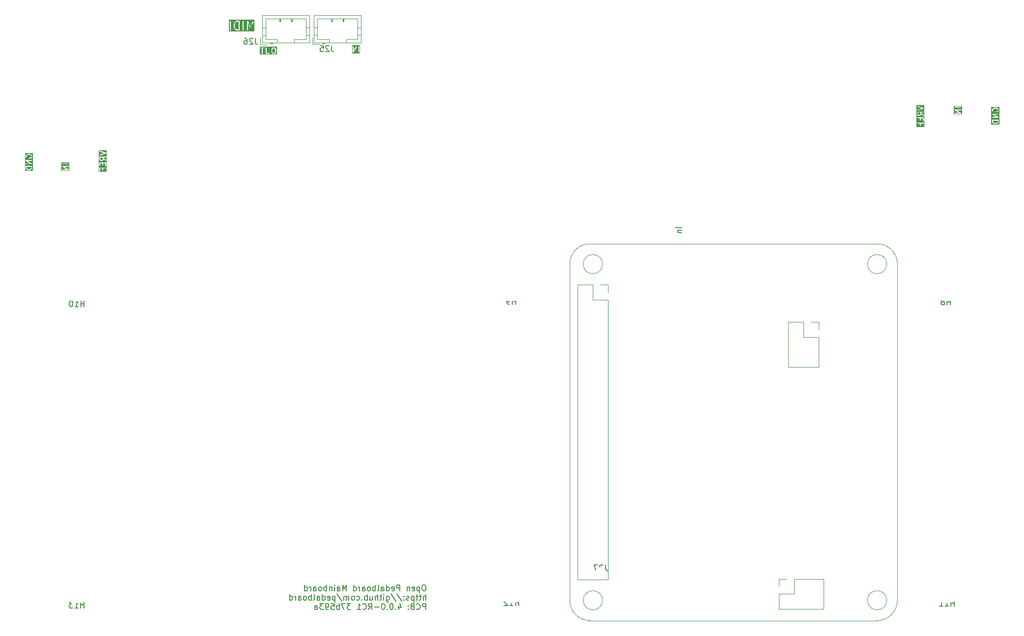
<source format=gbo>
G04 #@! TF.GenerationSoftware,KiCad,Pcbnew,8.0.4+1*
G04 #@! TF.CreationDate,2024-10-16T14:59:05+00:00*
G04 #@! TF.ProjectId,pedalboard-hw,70656461-6c62-46f6-9172-642d68772e6b,4.0.0-RC1*
G04 #@! TF.SameCoordinates,Original*
G04 #@! TF.FileFunction,Legend,Bot*
G04 #@! TF.FilePolarity,Positive*
%FSLAX46Y46*%
G04 Gerber Fmt 4.6, Leading zero omitted, Abs format (unit mm)*
G04 Created by KiCad (PCBNEW 8.0.4+1) date 2024-10-16 14:59:05*
%MOMM*%
%LPD*%
G01*
G04 APERTURE LIST*
%ADD10C,0.150000*%
%ADD11C,0.120000*%
%ADD12C,0.100000*%
%ADD13C,2.700000*%
%ADD14O,1.200000X2.200000*%
%ADD15O,2.200000X1.200000*%
%ADD16C,3.000000*%
%ADD17R,4.400000X1.800000*%
%ADD18O,4.000000X1.800000*%
%ADD19O,1.800000X4.000000*%
%ADD20R,2.600000X2.600000*%
%ADD21C,2.600000*%
%ADD22R,1.700000X1.700000*%
%ADD23O,1.700000X1.700000*%
%ADD24C,0.600000*%
%ADD25R,2.000000X2.000000*%
%ADD26C,2.000000*%
%ADD27C,3.200000*%
%ADD28O,1.700000X1.350000*%
%ADD29O,1.500000X1.100000*%
%ADD30R,1.600000X1.500000*%
%ADD31C,1.600000*%
%ADD32C,6.100000*%
%ADD33C,6.000000*%
%ADD34O,1.200000X1.750000*%
G04 APERTURE END LIST*
D10*
G36*
X22164819Y-46880323D02*
G01*
X22126648Y-46994835D01*
X22052534Y-47068948D01*
X21975547Y-47107442D01*
X21802013Y-47150826D01*
X21677624Y-47150826D01*
X21504090Y-47107442D01*
X21427103Y-47068949D01*
X21352990Y-46994836D01*
X21314819Y-46880322D01*
X21314819Y-46729398D01*
X22164819Y-46729398D01*
X22164819Y-46880323D01*
G37*
G36*
X22425930Y-47411937D02*
G01*
X21053708Y-47411937D01*
X21053708Y-46654398D01*
X21164819Y-46654398D01*
X21164819Y-46892493D01*
X21165548Y-46899898D01*
X21165408Y-46901873D01*
X21165998Y-46904470D01*
X21166260Y-46907125D01*
X21167018Y-46908956D01*
X21168668Y-46916210D01*
X21216287Y-47059067D01*
X21222281Y-47072492D01*
X21224046Y-47074527D01*
X21225078Y-47077018D01*
X21234405Y-47088383D01*
X21329643Y-47183621D01*
X21335393Y-47188341D01*
X21336692Y-47189838D01*
X21338946Y-47191257D01*
X21341008Y-47192949D01*
X21342840Y-47193707D01*
X21349135Y-47197670D01*
X21444373Y-47245289D01*
X21445442Y-47245698D01*
X21445878Y-47246021D01*
X21452014Y-47248213D01*
X21458104Y-47250544D01*
X21458644Y-47250582D01*
X21459724Y-47250968D01*
X21650200Y-47298587D01*
X21652736Y-47298962D01*
X21653758Y-47299385D01*
X21659270Y-47299927D01*
X21664744Y-47300737D01*
X21665836Y-47300574D01*
X21668390Y-47300826D01*
X21811247Y-47300826D01*
X21813800Y-47300574D01*
X21814893Y-47300737D01*
X21820366Y-47299927D01*
X21825879Y-47299385D01*
X21826900Y-47298962D01*
X21829437Y-47298587D01*
X22019913Y-47250968D01*
X22020992Y-47250582D01*
X22021532Y-47250544D01*
X22027613Y-47248216D01*
X22033759Y-47246021D01*
X22034194Y-47245698D01*
X22035264Y-47245289D01*
X22130502Y-47197670D01*
X22136798Y-47193706D01*
X22138628Y-47192949D01*
X22140686Y-47191259D01*
X22142945Y-47189838D01*
X22144244Y-47188339D01*
X22149994Y-47183621D01*
X22245233Y-47088383D01*
X22254561Y-47077018D01*
X22255592Y-47074527D01*
X22257357Y-47072493D01*
X22263351Y-47059067D01*
X22310970Y-46916211D01*
X22312619Y-46908955D01*
X22313378Y-46907125D01*
X22313639Y-46904471D01*
X22314230Y-46901874D01*
X22314089Y-46899899D01*
X22314819Y-46892493D01*
X22314819Y-46654398D01*
X22313378Y-46639766D01*
X22302179Y-46612730D01*
X22281487Y-46592038D01*
X22254451Y-46580839D01*
X22239819Y-46579398D01*
X21239819Y-46579398D01*
X21225187Y-46580839D01*
X21198151Y-46592038D01*
X21177459Y-46612730D01*
X21166260Y-46639766D01*
X21164819Y-46654398D01*
X21053708Y-46654398D01*
X21053708Y-45612018D01*
X21165002Y-45612018D01*
X21166260Y-45616630D01*
X21166260Y-45621411D01*
X21170077Y-45630626D01*
X21172702Y-45640250D01*
X21175629Y-45644030D01*
X21177459Y-45648447D01*
X21184509Y-45655497D01*
X21190619Y-45663387D01*
X21196751Y-45667739D01*
X21198151Y-45669139D01*
X21199525Y-45669708D01*
X21202609Y-45671897D01*
X21957402Y-46103207D01*
X21239819Y-46103207D01*
X21225187Y-46104648D01*
X21198151Y-46115847D01*
X21177459Y-46136539D01*
X21166260Y-46163575D01*
X21166260Y-46192839D01*
X21177459Y-46219875D01*
X21198151Y-46240567D01*
X21225187Y-46251766D01*
X21239819Y-46253207D01*
X22239819Y-46253207D01*
X22243582Y-46252836D01*
X22245058Y-46253024D01*
X22246968Y-46252502D01*
X22254451Y-46251766D01*
X22263666Y-46247948D01*
X22273290Y-46245324D01*
X22277070Y-46242396D01*
X22281487Y-46240567D01*
X22288537Y-46233516D01*
X22296427Y-46227407D01*
X22298800Y-46223253D01*
X22302179Y-46219875D01*
X22305995Y-46210662D01*
X22310946Y-46201998D01*
X22311548Y-46197254D01*
X22313378Y-46192839D01*
X22313378Y-46182864D01*
X22314636Y-46172968D01*
X22313378Y-46168355D01*
X22313378Y-46163575D01*
X22309560Y-46154358D01*
X22306936Y-46144737D01*
X22304009Y-46140957D01*
X22302179Y-46136539D01*
X22295127Y-46129487D01*
X22289019Y-46121599D01*
X22282884Y-46117244D01*
X22281487Y-46115847D01*
X22280114Y-46115278D01*
X22277030Y-46113089D01*
X21522236Y-45681779D01*
X22239819Y-45681779D01*
X22254451Y-45680338D01*
X22281487Y-45669139D01*
X22302179Y-45648447D01*
X22313378Y-45621411D01*
X22313378Y-45592147D01*
X22302179Y-45565111D01*
X22281487Y-45544419D01*
X22254451Y-45533220D01*
X22239819Y-45531779D01*
X21239819Y-45531779D01*
X21236055Y-45532149D01*
X21234580Y-45531962D01*
X21232669Y-45532483D01*
X21225187Y-45533220D01*
X21215971Y-45537037D01*
X21206348Y-45539662D01*
X21202567Y-45542589D01*
X21198151Y-45544419D01*
X21191100Y-45551469D01*
X21183211Y-45557579D01*
X21180837Y-45561732D01*
X21177459Y-45565111D01*
X21173642Y-45574323D01*
X21168692Y-45582988D01*
X21168089Y-45587731D01*
X21166260Y-45592147D01*
X21166260Y-45602121D01*
X21165002Y-45612018D01*
X21053708Y-45612018D01*
X21053708Y-44892493D01*
X21164819Y-44892493D01*
X21164819Y-45035350D01*
X21166260Y-45049982D01*
X21167291Y-45052471D01*
X21167482Y-45055159D01*
X21172737Y-45068891D01*
X21220356Y-45164129D01*
X21228188Y-45176572D01*
X21250296Y-45195745D01*
X21278057Y-45204999D01*
X21307247Y-45202925D01*
X21333422Y-45189837D01*
X21352595Y-45167730D01*
X21361849Y-45139968D01*
X21359775Y-45110778D01*
X21354520Y-45097047D01*
X21314819Y-45017645D01*
X21314819Y-44904663D01*
X21352990Y-44790149D01*
X21427103Y-44716037D01*
X21504090Y-44677543D01*
X21677624Y-44634160D01*
X21802013Y-44634160D01*
X21975547Y-44677543D01*
X22052534Y-44716037D01*
X22126648Y-44790150D01*
X22164819Y-44904663D01*
X22164819Y-44975561D01*
X22126648Y-45090073D01*
X22113514Y-45103207D01*
X21886247Y-45103207D01*
X21886247Y-44987731D01*
X21884806Y-44973099D01*
X21873607Y-44946063D01*
X21852915Y-44925371D01*
X21825879Y-44914172D01*
X21796615Y-44914172D01*
X21769579Y-44925371D01*
X21748887Y-44946063D01*
X21737688Y-44973099D01*
X21736247Y-44987731D01*
X21736247Y-45178207D01*
X21737688Y-45192838D01*
X21737688Y-45192839D01*
X21748887Y-45219875D01*
X21769579Y-45240567D01*
X21796615Y-45251766D01*
X21811247Y-45253207D01*
X22144580Y-45253207D01*
X22159212Y-45251766D01*
X22170410Y-45247127D01*
X22186247Y-45240568D01*
X22197612Y-45231241D01*
X22245232Y-45183622D01*
X22254560Y-45172256D01*
X22255590Y-45169767D01*
X22257357Y-45167731D01*
X22263351Y-45154305D01*
X22310970Y-45011449D01*
X22312619Y-45004193D01*
X22313378Y-45002363D01*
X22313639Y-44999709D01*
X22314230Y-44997112D01*
X22314089Y-44995137D01*
X22314819Y-44987731D01*
X22314819Y-44892493D01*
X22314089Y-44885086D01*
X22314230Y-44883112D01*
X22313639Y-44880514D01*
X22313378Y-44877861D01*
X22312619Y-44876030D01*
X22310970Y-44868775D01*
X22263351Y-44725919D01*
X22257357Y-44712493D01*
X22255592Y-44710458D01*
X22254561Y-44707968D01*
X22245233Y-44696603D01*
X22149994Y-44601365D01*
X22144244Y-44596646D01*
X22142945Y-44595148D01*
X22140686Y-44593726D01*
X22138628Y-44592037D01*
X22136798Y-44591279D01*
X22130502Y-44587316D01*
X22035264Y-44539697D01*
X22034194Y-44539287D01*
X22033759Y-44538965D01*
X22027613Y-44536769D01*
X22021532Y-44534442D01*
X22020992Y-44534403D01*
X22019913Y-44534018D01*
X21829437Y-44486399D01*
X21826900Y-44486023D01*
X21825879Y-44485601D01*
X21820366Y-44485058D01*
X21814893Y-44484249D01*
X21813800Y-44484411D01*
X21811247Y-44484160D01*
X21668390Y-44484160D01*
X21665836Y-44484411D01*
X21664744Y-44484249D01*
X21659270Y-44485058D01*
X21653758Y-44485601D01*
X21652736Y-44486023D01*
X21650200Y-44486399D01*
X21459724Y-44534018D01*
X21458644Y-44534403D01*
X21458104Y-44534442D01*
X21452014Y-44536772D01*
X21445878Y-44538965D01*
X21445442Y-44539287D01*
X21444373Y-44539697D01*
X21349135Y-44587316D01*
X21342840Y-44591278D01*
X21341008Y-44592037D01*
X21338946Y-44593728D01*
X21336692Y-44595148D01*
X21335393Y-44596644D01*
X21329643Y-44601365D01*
X21234405Y-44696603D01*
X21225078Y-44707968D01*
X21224046Y-44710458D01*
X21222281Y-44712494D01*
X21216287Y-44725919D01*
X21168668Y-44868776D01*
X21167018Y-44876029D01*
X21166260Y-44877861D01*
X21165998Y-44880515D01*
X21165408Y-44883113D01*
X21165548Y-44885087D01*
X21164819Y-44892493D01*
X21053708Y-44892493D01*
X21053708Y-44373049D01*
X22425930Y-44373049D01*
X22425930Y-47411937D01*
G37*
G36*
X78869331Y-27135747D02*
G01*
X77449491Y-27135747D01*
X77449491Y-25949819D01*
X77560602Y-25949819D01*
X77560602Y-26949819D01*
X77560972Y-26953582D01*
X77560785Y-26955058D01*
X77561306Y-26956968D01*
X77562043Y-26964451D01*
X77565860Y-26973666D01*
X77568485Y-26983290D01*
X77571412Y-26987070D01*
X77573242Y-26991487D01*
X77580292Y-26998537D01*
X77586402Y-27006427D01*
X77590555Y-27008800D01*
X77593934Y-27012179D01*
X77603146Y-27015995D01*
X77611811Y-27020946D01*
X77616554Y-27021548D01*
X77620970Y-27023378D01*
X77630944Y-27023378D01*
X77640841Y-27024636D01*
X77645453Y-27023378D01*
X77650234Y-27023378D01*
X77659449Y-27019560D01*
X77669073Y-27016936D01*
X77672853Y-27014008D01*
X77677270Y-27012179D01*
X77684320Y-27005128D01*
X77692210Y-26999019D01*
X77696562Y-26992886D01*
X77697962Y-26991487D01*
X77698531Y-26990112D01*
X77700720Y-26987029D01*
X78132030Y-26232235D01*
X78132030Y-26949819D01*
X78133471Y-26964451D01*
X78144670Y-26991487D01*
X78165362Y-27012179D01*
X78192398Y-27023378D01*
X78221662Y-27023378D01*
X78248698Y-27012179D01*
X78269390Y-26991487D01*
X78280589Y-26964451D01*
X78282030Y-26949819D01*
X78282030Y-25949819D01*
X78608220Y-25949819D01*
X78608220Y-26949819D01*
X78609661Y-26964451D01*
X78620860Y-26991487D01*
X78641552Y-27012179D01*
X78668588Y-27023378D01*
X78697852Y-27023378D01*
X78724888Y-27012179D01*
X78745580Y-26991487D01*
X78756779Y-26964451D01*
X78758220Y-26949819D01*
X78758220Y-25949819D01*
X78756779Y-25935187D01*
X78745580Y-25908151D01*
X78724888Y-25887459D01*
X78697852Y-25876260D01*
X78668588Y-25876260D01*
X78641552Y-25887459D01*
X78620860Y-25908151D01*
X78609661Y-25935187D01*
X78608220Y-25949819D01*
X78282030Y-25949819D01*
X78281659Y-25946055D01*
X78281847Y-25944580D01*
X78281325Y-25942669D01*
X78280589Y-25935187D01*
X78276771Y-25925971D01*
X78274147Y-25916348D01*
X78271219Y-25912567D01*
X78269390Y-25908151D01*
X78262339Y-25901100D01*
X78256230Y-25893211D01*
X78252076Y-25890837D01*
X78248698Y-25887459D01*
X78239485Y-25883642D01*
X78230821Y-25878692D01*
X78226077Y-25878089D01*
X78221662Y-25876260D01*
X78211688Y-25876260D01*
X78201791Y-25875002D01*
X78197179Y-25876260D01*
X78192398Y-25876260D01*
X78183181Y-25880077D01*
X78173560Y-25882702D01*
X78169780Y-25885628D01*
X78165362Y-25887459D01*
X78158310Y-25894510D01*
X78150422Y-25900619D01*
X78146067Y-25906753D01*
X78144670Y-25908151D01*
X78144101Y-25909523D01*
X78141912Y-25912608D01*
X77710602Y-26667402D01*
X77710602Y-25949819D01*
X77709161Y-25935187D01*
X77697962Y-25908151D01*
X77677270Y-25887459D01*
X77650234Y-25876260D01*
X77620970Y-25876260D01*
X77593934Y-25887459D01*
X77573242Y-25908151D01*
X77562043Y-25935187D01*
X77560602Y-25949819D01*
X77449491Y-25949819D01*
X77449491Y-25763891D01*
X78869331Y-25763891D01*
X78869331Y-27135747D01*
G37*
G36*
X188784819Y-38900323D02*
G01*
X188746648Y-39014835D01*
X188672534Y-39088948D01*
X188595547Y-39127442D01*
X188422013Y-39170826D01*
X188297624Y-39170826D01*
X188124090Y-39127442D01*
X188047103Y-39088949D01*
X187972990Y-39014836D01*
X187934819Y-38900322D01*
X187934819Y-38749398D01*
X188784819Y-38749398D01*
X188784819Y-38900323D01*
G37*
G36*
X189045930Y-39431937D02*
G01*
X187673708Y-39431937D01*
X187673708Y-38674398D01*
X187784819Y-38674398D01*
X187784819Y-38912493D01*
X187785548Y-38919898D01*
X187785408Y-38921873D01*
X187785998Y-38924470D01*
X187786260Y-38927125D01*
X187787018Y-38928956D01*
X187788668Y-38936210D01*
X187836287Y-39079067D01*
X187842281Y-39092492D01*
X187844046Y-39094527D01*
X187845078Y-39097018D01*
X187854405Y-39108383D01*
X187949643Y-39203621D01*
X187955393Y-39208341D01*
X187956692Y-39209838D01*
X187958946Y-39211257D01*
X187961008Y-39212949D01*
X187962840Y-39213707D01*
X187969135Y-39217670D01*
X188064373Y-39265289D01*
X188065442Y-39265698D01*
X188065878Y-39266021D01*
X188072014Y-39268213D01*
X188078104Y-39270544D01*
X188078644Y-39270582D01*
X188079724Y-39270968D01*
X188270200Y-39318587D01*
X188272736Y-39318962D01*
X188273758Y-39319385D01*
X188279270Y-39319927D01*
X188284744Y-39320737D01*
X188285836Y-39320574D01*
X188288390Y-39320826D01*
X188431247Y-39320826D01*
X188433800Y-39320574D01*
X188434893Y-39320737D01*
X188440366Y-39319927D01*
X188445879Y-39319385D01*
X188446900Y-39318962D01*
X188449437Y-39318587D01*
X188639913Y-39270968D01*
X188640992Y-39270582D01*
X188641532Y-39270544D01*
X188647613Y-39268216D01*
X188653759Y-39266021D01*
X188654194Y-39265698D01*
X188655264Y-39265289D01*
X188750502Y-39217670D01*
X188756798Y-39213706D01*
X188758628Y-39212949D01*
X188760686Y-39211259D01*
X188762945Y-39209838D01*
X188764244Y-39208339D01*
X188769994Y-39203621D01*
X188865233Y-39108383D01*
X188874561Y-39097018D01*
X188875592Y-39094527D01*
X188877357Y-39092493D01*
X188883351Y-39079067D01*
X188930970Y-38936211D01*
X188932619Y-38928955D01*
X188933378Y-38927125D01*
X188933639Y-38924471D01*
X188934230Y-38921874D01*
X188934089Y-38919899D01*
X188934819Y-38912493D01*
X188934819Y-38674398D01*
X188933378Y-38659766D01*
X188922179Y-38632730D01*
X188901487Y-38612038D01*
X188874451Y-38600839D01*
X188859819Y-38599398D01*
X187859819Y-38599398D01*
X187845187Y-38600839D01*
X187818151Y-38612038D01*
X187797459Y-38632730D01*
X187786260Y-38659766D01*
X187784819Y-38674398D01*
X187673708Y-38674398D01*
X187673708Y-37632018D01*
X187785002Y-37632018D01*
X187786260Y-37636630D01*
X187786260Y-37641411D01*
X187790077Y-37650626D01*
X187792702Y-37660250D01*
X187795629Y-37664030D01*
X187797459Y-37668447D01*
X187804509Y-37675497D01*
X187810619Y-37683387D01*
X187816751Y-37687739D01*
X187818151Y-37689139D01*
X187819525Y-37689708D01*
X187822609Y-37691897D01*
X188577402Y-38123207D01*
X187859819Y-38123207D01*
X187845187Y-38124648D01*
X187818151Y-38135847D01*
X187797459Y-38156539D01*
X187786260Y-38183575D01*
X187786260Y-38212839D01*
X187797459Y-38239875D01*
X187818151Y-38260567D01*
X187845187Y-38271766D01*
X187859819Y-38273207D01*
X188859819Y-38273207D01*
X188863582Y-38272836D01*
X188865058Y-38273024D01*
X188866968Y-38272502D01*
X188874451Y-38271766D01*
X188883666Y-38267948D01*
X188893290Y-38265324D01*
X188897070Y-38262396D01*
X188901487Y-38260567D01*
X188908537Y-38253516D01*
X188916427Y-38247407D01*
X188918800Y-38243253D01*
X188922179Y-38239875D01*
X188925995Y-38230662D01*
X188930946Y-38221998D01*
X188931548Y-38217254D01*
X188933378Y-38212839D01*
X188933378Y-38202864D01*
X188934636Y-38192968D01*
X188933378Y-38188355D01*
X188933378Y-38183575D01*
X188929560Y-38174358D01*
X188926936Y-38164737D01*
X188924009Y-38160957D01*
X188922179Y-38156539D01*
X188915127Y-38149487D01*
X188909019Y-38141599D01*
X188902884Y-38137244D01*
X188901487Y-38135847D01*
X188900114Y-38135278D01*
X188897030Y-38133089D01*
X188142236Y-37701779D01*
X188859819Y-37701779D01*
X188874451Y-37700338D01*
X188901487Y-37689139D01*
X188922179Y-37668447D01*
X188933378Y-37641411D01*
X188933378Y-37612147D01*
X188922179Y-37585111D01*
X188901487Y-37564419D01*
X188874451Y-37553220D01*
X188859819Y-37551779D01*
X187859819Y-37551779D01*
X187856055Y-37552149D01*
X187854580Y-37551962D01*
X187852669Y-37552483D01*
X187845187Y-37553220D01*
X187835971Y-37557037D01*
X187826348Y-37559662D01*
X187822567Y-37562589D01*
X187818151Y-37564419D01*
X187811100Y-37571469D01*
X187803211Y-37577579D01*
X187800837Y-37581732D01*
X187797459Y-37585111D01*
X187793642Y-37594323D01*
X187788692Y-37602988D01*
X187788089Y-37607731D01*
X187786260Y-37612147D01*
X187786260Y-37622121D01*
X187785002Y-37632018D01*
X187673708Y-37632018D01*
X187673708Y-36912493D01*
X187784819Y-36912493D01*
X187784819Y-37055350D01*
X187786260Y-37069982D01*
X187787291Y-37072471D01*
X187787482Y-37075159D01*
X187792737Y-37088891D01*
X187840356Y-37184129D01*
X187848188Y-37196572D01*
X187870296Y-37215745D01*
X187898057Y-37224999D01*
X187927247Y-37222925D01*
X187953422Y-37209837D01*
X187972595Y-37187730D01*
X187981849Y-37159968D01*
X187979775Y-37130778D01*
X187974520Y-37117047D01*
X187934819Y-37037645D01*
X187934819Y-36924663D01*
X187972990Y-36810149D01*
X188047103Y-36736037D01*
X188124090Y-36697543D01*
X188297624Y-36654160D01*
X188422013Y-36654160D01*
X188595547Y-36697543D01*
X188672534Y-36736037D01*
X188746648Y-36810150D01*
X188784819Y-36924663D01*
X188784819Y-36995561D01*
X188746648Y-37110073D01*
X188733514Y-37123207D01*
X188506247Y-37123207D01*
X188506247Y-37007731D01*
X188504806Y-36993099D01*
X188493607Y-36966063D01*
X188472915Y-36945371D01*
X188445879Y-36934172D01*
X188416615Y-36934172D01*
X188389579Y-36945371D01*
X188368887Y-36966063D01*
X188357688Y-36993099D01*
X188356247Y-37007731D01*
X188356247Y-37198207D01*
X188357688Y-37212838D01*
X188357688Y-37212839D01*
X188368887Y-37239875D01*
X188389579Y-37260567D01*
X188416615Y-37271766D01*
X188431247Y-37273207D01*
X188764580Y-37273207D01*
X188779212Y-37271766D01*
X188790410Y-37267127D01*
X188806247Y-37260568D01*
X188817612Y-37251241D01*
X188865232Y-37203622D01*
X188874560Y-37192256D01*
X188875590Y-37189767D01*
X188877357Y-37187731D01*
X188883351Y-37174305D01*
X188930970Y-37031449D01*
X188932619Y-37024193D01*
X188933378Y-37022363D01*
X188933639Y-37019709D01*
X188934230Y-37017112D01*
X188934089Y-37015137D01*
X188934819Y-37007731D01*
X188934819Y-36912493D01*
X188934089Y-36905086D01*
X188934230Y-36903112D01*
X188933639Y-36900514D01*
X188933378Y-36897861D01*
X188932619Y-36896030D01*
X188930970Y-36888775D01*
X188883351Y-36745919D01*
X188877357Y-36732493D01*
X188875592Y-36730458D01*
X188874561Y-36727968D01*
X188865233Y-36716603D01*
X188769994Y-36621365D01*
X188764244Y-36616646D01*
X188762945Y-36615148D01*
X188760686Y-36613726D01*
X188758628Y-36612037D01*
X188756798Y-36611279D01*
X188750502Y-36607316D01*
X188655264Y-36559697D01*
X188654194Y-36559287D01*
X188653759Y-36558965D01*
X188647613Y-36556769D01*
X188641532Y-36554442D01*
X188640992Y-36554403D01*
X188639913Y-36554018D01*
X188449437Y-36506399D01*
X188446900Y-36506023D01*
X188445879Y-36505601D01*
X188440366Y-36505058D01*
X188434893Y-36504249D01*
X188433800Y-36504411D01*
X188431247Y-36504160D01*
X188288390Y-36504160D01*
X188285836Y-36504411D01*
X188284744Y-36504249D01*
X188279270Y-36505058D01*
X188273758Y-36505601D01*
X188272736Y-36506023D01*
X188270200Y-36506399D01*
X188079724Y-36554018D01*
X188078644Y-36554403D01*
X188078104Y-36554442D01*
X188072014Y-36556772D01*
X188065878Y-36558965D01*
X188065442Y-36559287D01*
X188064373Y-36559697D01*
X187969135Y-36607316D01*
X187962840Y-36611278D01*
X187961008Y-36612037D01*
X187958946Y-36613728D01*
X187956692Y-36615148D01*
X187955393Y-36616644D01*
X187949643Y-36621365D01*
X187854405Y-36716603D01*
X187845078Y-36727968D01*
X187844046Y-36730458D01*
X187842281Y-36732494D01*
X187836287Y-36745919D01*
X187788668Y-36888776D01*
X187787018Y-36896029D01*
X187786260Y-36897861D01*
X187785998Y-36900515D01*
X187785408Y-36903113D01*
X187785548Y-36905087D01*
X187784819Y-36912493D01*
X187673708Y-36912493D01*
X187673708Y-36393049D01*
X189045930Y-36393049D01*
X189045930Y-39431937D01*
G37*
X89972744Y-118849931D02*
X89782268Y-118849931D01*
X89782268Y-118849931D02*
X89687030Y-118897550D01*
X89687030Y-118897550D02*
X89591792Y-118992788D01*
X89591792Y-118992788D02*
X89544173Y-119183264D01*
X89544173Y-119183264D02*
X89544173Y-119516597D01*
X89544173Y-119516597D02*
X89591792Y-119707073D01*
X89591792Y-119707073D02*
X89687030Y-119802312D01*
X89687030Y-119802312D02*
X89782268Y-119849931D01*
X89782268Y-119849931D02*
X89972744Y-119849931D01*
X89972744Y-119849931D02*
X90067982Y-119802312D01*
X90067982Y-119802312D02*
X90163220Y-119707073D01*
X90163220Y-119707073D02*
X90210839Y-119516597D01*
X90210839Y-119516597D02*
X90210839Y-119183264D01*
X90210839Y-119183264D02*
X90163220Y-118992788D01*
X90163220Y-118992788D02*
X90067982Y-118897550D01*
X90067982Y-118897550D02*
X89972744Y-118849931D01*
X89115601Y-119183264D02*
X89115601Y-120183264D01*
X89115601Y-119230883D02*
X89020363Y-119183264D01*
X89020363Y-119183264D02*
X88829887Y-119183264D01*
X88829887Y-119183264D02*
X88734649Y-119230883D01*
X88734649Y-119230883D02*
X88687030Y-119278502D01*
X88687030Y-119278502D02*
X88639411Y-119373740D01*
X88639411Y-119373740D02*
X88639411Y-119659454D01*
X88639411Y-119659454D02*
X88687030Y-119754692D01*
X88687030Y-119754692D02*
X88734649Y-119802312D01*
X88734649Y-119802312D02*
X88829887Y-119849931D01*
X88829887Y-119849931D02*
X89020363Y-119849931D01*
X89020363Y-119849931D02*
X89115601Y-119802312D01*
X87829887Y-119802312D02*
X87925125Y-119849931D01*
X87925125Y-119849931D02*
X88115601Y-119849931D01*
X88115601Y-119849931D02*
X88210839Y-119802312D01*
X88210839Y-119802312D02*
X88258458Y-119707073D01*
X88258458Y-119707073D02*
X88258458Y-119326121D01*
X88258458Y-119326121D02*
X88210839Y-119230883D01*
X88210839Y-119230883D02*
X88115601Y-119183264D01*
X88115601Y-119183264D02*
X87925125Y-119183264D01*
X87925125Y-119183264D02*
X87829887Y-119230883D01*
X87829887Y-119230883D02*
X87782268Y-119326121D01*
X87782268Y-119326121D02*
X87782268Y-119421359D01*
X87782268Y-119421359D02*
X88258458Y-119516597D01*
X87353696Y-119183264D02*
X87353696Y-119849931D01*
X87353696Y-119278502D02*
X87306077Y-119230883D01*
X87306077Y-119230883D02*
X87210839Y-119183264D01*
X87210839Y-119183264D02*
X87067982Y-119183264D01*
X87067982Y-119183264D02*
X86972744Y-119230883D01*
X86972744Y-119230883D02*
X86925125Y-119326121D01*
X86925125Y-119326121D02*
X86925125Y-119849931D01*
X85687029Y-119849931D02*
X85687029Y-118849931D01*
X85687029Y-118849931D02*
X85306077Y-118849931D01*
X85306077Y-118849931D02*
X85210839Y-118897550D01*
X85210839Y-118897550D02*
X85163220Y-118945169D01*
X85163220Y-118945169D02*
X85115601Y-119040407D01*
X85115601Y-119040407D02*
X85115601Y-119183264D01*
X85115601Y-119183264D02*
X85163220Y-119278502D01*
X85163220Y-119278502D02*
X85210839Y-119326121D01*
X85210839Y-119326121D02*
X85306077Y-119373740D01*
X85306077Y-119373740D02*
X85687029Y-119373740D01*
X84306077Y-119802312D02*
X84401315Y-119849931D01*
X84401315Y-119849931D02*
X84591791Y-119849931D01*
X84591791Y-119849931D02*
X84687029Y-119802312D01*
X84687029Y-119802312D02*
X84734648Y-119707073D01*
X84734648Y-119707073D02*
X84734648Y-119326121D01*
X84734648Y-119326121D02*
X84687029Y-119230883D01*
X84687029Y-119230883D02*
X84591791Y-119183264D01*
X84591791Y-119183264D02*
X84401315Y-119183264D01*
X84401315Y-119183264D02*
X84306077Y-119230883D01*
X84306077Y-119230883D02*
X84258458Y-119326121D01*
X84258458Y-119326121D02*
X84258458Y-119421359D01*
X84258458Y-119421359D02*
X84734648Y-119516597D01*
X83401315Y-119849931D02*
X83401315Y-118849931D01*
X83401315Y-119802312D02*
X83496553Y-119849931D01*
X83496553Y-119849931D02*
X83687029Y-119849931D01*
X83687029Y-119849931D02*
X83782267Y-119802312D01*
X83782267Y-119802312D02*
X83829886Y-119754692D01*
X83829886Y-119754692D02*
X83877505Y-119659454D01*
X83877505Y-119659454D02*
X83877505Y-119373740D01*
X83877505Y-119373740D02*
X83829886Y-119278502D01*
X83829886Y-119278502D02*
X83782267Y-119230883D01*
X83782267Y-119230883D02*
X83687029Y-119183264D01*
X83687029Y-119183264D02*
X83496553Y-119183264D01*
X83496553Y-119183264D02*
X83401315Y-119230883D01*
X82496553Y-119849931D02*
X82496553Y-119326121D01*
X82496553Y-119326121D02*
X82544172Y-119230883D01*
X82544172Y-119230883D02*
X82639410Y-119183264D01*
X82639410Y-119183264D02*
X82829886Y-119183264D01*
X82829886Y-119183264D02*
X82925124Y-119230883D01*
X82496553Y-119802312D02*
X82591791Y-119849931D01*
X82591791Y-119849931D02*
X82829886Y-119849931D01*
X82829886Y-119849931D02*
X82925124Y-119802312D01*
X82925124Y-119802312D02*
X82972743Y-119707073D01*
X82972743Y-119707073D02*
X82972743Y-119611835D01*
X82972743Y-119611835D02*
X82925124Y-119516597D01*
X82925124Y-119516597D02*
X82829886Y-119468978D01*
X82829886Y-119468978D02*
X82591791Y-119468978D01*
X82591791Y-119468978D02*
X82496553Y-119421359D01*
X81877505Y-119849931D02*
X81972743Y-119802312D01*
X81972743Y-119802312D02*
X82020362Y-119707073D01*
X82020362Y-119707073D02*
X82020362Y-118849931D01*
X81496552Y-119849931D02*
X81496552Y-118849931D01*
X81496552Y-119230883D02*
X81401314Y-119183264D01*
X81401314Y-119183264D02*
X81210838Y-119183264D01*
X81210838Y-119183264D02*
X81115600Y-119230883D01*
X81115600Y-119230883D02*
X81067981Y-119278502D01*
X81067981Y-119278502D02*
X81020362Y-119373740D01*
X81020362Y-119373740D02*
X81020362Y-119659454D01*
X81020362Y-119659454D02*
X81067981Y-119754692D01*
X81067981Y-119754692D02*
X81115600Y-119802312D01*
X81115600Y-119802312D02*
X81210838Y-119849931D01*
X81210838Y-119849931D02*
X81401314Y-119849931D01*
X81401314Y-119849931D02*
X81496552Y-119802312D01*
X80448933Y-119849931D02*
X80544171Y-119802312D01*
X80544171Y-119802312D02*
X80591790Y-119754692D01*
X80591790Y-119754692D02*
X80639409Y-119659454D01*
X80639409Y-119659454D02*
X80639409Y-119373740D01*
X80639409Y-119373740D02*
X80591790Y-119278502D01*
X80591790Y-119278502D02*
X80544171Y-119230883D01*
X80544171Y-119230883D02*
X80448933Y-119183264D01*
X80448933Y-119183264D02*
X80306076Y-119183264D01*
X80306076Y-119183264D02*
X80210838Y-119230883D01*
X80210838Y-119230883D02*
X80163219Y-119278502D01*
X80163219Y-119278502D02*
X80115600Y-119373740D01*
X80115600Y-119373740D02*
X80115600Y-119659454D01*
X80115600Y-119659454D02*
X80163219Y-119754692D01*
X80163219Y-119754692D02*
X80210838Y-119802312D01*
X80210838Y-119802312D02*
X80306076Y-119849931D01*
X80306076Y-119849931D02*
X80448933Y-119849931D01*
X79258457Y-119849931D02*
X79258457Y-119326121D01*
X79258457Y-119326121D02*
X79306076Y-119230883D01*
X79306076Y-119230883D02*
X79401314Y-119183264D01*
X79401314Y-119183264D02*
X79591790Y-119183264D01*
X79591790Y-119183264D02*
X79687028Y-119230883D01*
X79258457Y-119802312D02*
X79353695Y-119849931D01*
X79353695Y-119849931D02*
X79591790Y-119849931D01*
X79591790Y-119849931D02*
X79687028Y-119802312D01*
X79687028Y-119802312D02*
X79734647Y-119707073D01*
X79734647Y-119707073D02*
X79734647Y-119611835D01*
X79734647Y-119611835D02*
X79687028Y-119516597D01*
X79687028Y-119516597D02*
X79591790Y-119468978D01*
X79591790Y-119468978D02*
X79353695Y-119468978D01*
X79353695Y-119468978D02*
X79258457Y-119421359D01*
X78782266Y-119849931D02*
X78782266Y-119183264D01*
X78782266Y-119373740D02*
X78734647Y-119278502D01*
X78734647Y-119278502D02*
X78687028Y-119230883D01*
X78687028Y-119230883D02*
X78591790Y-119183264D01*
X78591790Y-119183264D02*
X78496552Y-119183264D01*
X77734647Y-119849931D02*
X77734647Y-118849931D01*
X77734647Y-119802312D02*
X77829885Y-119849931D01*
X77829885Y-119849931D02*
X78020361Y-119849931D01*
X78020361Y-119849931D02*
X78115599Y-119802312D01*
X78115599Y-119802312D02*
X78163218Y-119754692D01*
X78163218Y-119754692D02*
X78210837Y-119659454D01*
X78210837Y-119659454D02*
X78210837Y-119373740D01*
X78210837Y-119373740D02*
X78163218Y-119278502D01*
X78163218Y-119278502D02*
X78115599Y-119230883D01*
X78115599Y-119230883D02*
X78020361Y-119183264D01*
X78020361Y-119183264D02*
X77829885Y-119183264D01*
X77829885Y-119183264D02*
X77734647Y-119230883D01*
X76496551Y-119849931D02*
X76496551Y-118849931D01*
X76496551Y-118849931D02*
X76163218Y-119564216D01*
X76163218Y-119564216D02*
X75829885Y-118849931D01*
X75829885Y-118849931D02*
X75829885Y-119849931D01*
X74925123Y-119849931D02*
X74925123Y-119326121D01*
X74925123Y-119326121D02*
X74972742Y-119230883D01*
X74972742Y-119230883D02*
X75067980Y-119183264D01*
X75067980Y-119183264D02*
X75258456Y-119183264D01*
X75258456Y-119183264D02*
X75353694Y-119230883D01*
X74925123Y-119802312D02*
X75020361Y-119849931D01*
X75020361Y-119849931D02*
X75258456Y-119849931D01*
X75258456Y-119849931D02*
X75353694Y-119802312D01*
X75353694Y-119802312D02*
X75401313Y-119707073D01*
X75401313Y-119707073D02*
X75401313Y-119611835D01*
X75401313Y-119611835D02*
X75353694Y-119516597D01*
X75353694Y-119516597D02*
X75258456Y-119468978D01*
X75258456Y-119468978D02*
X75020361Y-119468978D01*
X75020361Y-119468978D02*
X74925123Y-119421359D01*
X74448932Y-119849931D02*
X74448932Y-119183264D01*
X74448932Y-118849931D02*
X74496551Y-118897550D01*
X74496551Y-118897550D02*
X74448932Y-118945169D01*
X74448932Y-118945169D02*
X74401313Y-118897550D01*
X74401313Y-118897550D02*
X74448932Y-118849931D01*
X74448932Y-118849931D02*
X74448932Y-118945169D01*
X73972742Y-119183264D02*
X73972742Y-119849931D01*
X73972742Y-119278502D02*
X73925123Y-119230883D01*
X73925123Y-119230883D02*
X73829885Y-119183264D01*
X73829885Y-119183264D02*
X73687028Y-119183264D01*
X73687028Y-119183264D02*
X73591790Y-119230883D01*
X73591790Y-119230883D02*
X73544171Y-119326121D01*
X73544171Y-119326121D02*
X73544171Y-119849931D01*
X73067980Y-119849931D02*
X73067980Y-118849931D01*
X73067980Y-119230883D02*
X72972742Y-119183264D01*
X72972742Y-119183264D02*
X72782266Y-119183264D01*
X72782266Y-119183264D02*
X72687028Y-119230883D01*
X72687028Y-119230883D02*
X72639409Y-119278502D01*
X72639409Y-119278502D02*
X72591790Y-119373740D01*
X72591790Y-119373740D02*
X72591790Y-119659454D01*
X72591790Y-119659454D02*
X72639409Y-119754692D01*
X72639409Y-119754692D02*
X72687028Y-119802312D01*
X72687028Y-119802312D02*
X72782266Y-119849931D01*
X72782266Y-119849931D02*
X72972742Y-119849931D01*
X72972742Y-119849931D02*
X73067980Y-119802312D01*
X72020361Y-119849931D02*
X72115599Y-119802312D01*
X72115599Y-119802312D02*
X72163218Y-119754692D01*
X72163218Y-119754692D02*
X72210837Y-119659454D01*
X72210837Y-119659454D02*
X72210837Y-119373740D01*
X72210837Y-119373740D02*
X72163218Y-119278502D01*
X72163218Y-119278502D02*
X72115599Y-119230883D01*
X72115599Y-119230883D02*
X72020361Y-119183264D01*
X72020361Y-119183264D02*
X71877504Y-119183264D01*
X71877504Y-119183264D02*
X71782266Y-119230883D01*
X71782266Y-119230883D02*
X71734647Y-119278502D01*
X71734647Y-119278502D02*
X71687028Y-119373740D01*
X71687028Y-119373740D02*
X71687028Y-119659454D01*
X71687028Y-119659454D02*
X71734647Y-119754692D01*
X71734647Y-119754692D02*
X71782266Y-119802312D01*
X71782266Y-119802312D02*
X71877504Y-119849931D01*
X71877504Y-119849931D02*
X72020361Y-119849931D01*
X70829885Y-119849931D02*
X70829885Y-119326121D01*
X70829885Y-119326121D02*
X70877504Y-119230883D01*
X70877504Y-119230883D02*
X70972742Y-119183264D01*
X70972742Y-119183264D02*
X71163218Y-119183264D01*
X71163218Y-119183264D02*
X71258456Y-119230883D01*
X70829885Y-119802312D02*
X70925123Y-119849931D01*
X70925123Y-119849931D02*
X71163218Y-119849931D01*
X71163218Y-119849931D02*
X71258456Y-119802312D01*
X71258456Y-119802312D02*
X71306075Y-119707073D01*
X71306075Y-119707073D02*
X71306075Y-119611835D01*
X71306075Y-119611835D02*
X71258456Y-119516597D01*
X71258456Y-119516597D02*
X71163218Y-119468978D01*
X71163218Y-119468978D02*
X70925123Y-119468978D01*
X70925123Y-119468978D02*
X70829885Y-119421359D01*
X70353694Y-119849931D02*
X70353694Y-119183264D01*
X70353694Y-119373740D02*
X70306075Y-119278502D01*
X70306075Y-119278502D02*
X70258456Y-119230883D01*
X70258456Y-119230883D02*
X70163218Y-119183264D01*
X70163218Y-119183264D02*
X70067980Y-119183264D01*
X69306075Y-119849931D02*
X69306075Y-118849931D01*
X69306075Y-119802312D02*
X69401313Y-119849931D01*
X69401313Y-119849931D02*
X69591789Y-119849931D01*
X69591789Y-119849931D02*
X69687027Y-119802312D01*
X69687027Y-119802312D02*
X69734646Y-119754692D01*
X69734646Y-119754692D02*
X69782265Y-119659454D01*
X69782265Y-119659454D02*
X69782265Y-119373740D01*
X69782265Y-119373740D02*
X69734646Y-119278502D01*
X69734646Y-119278502D02*
X69687027Y-119230883D01*
X69687027Y-119230883D02*
X69591789Y-119183264D01*
X69591789Y-119183264D02*
X69401313Y-119183264D01*
X69401313Y-119183264D02*
X69306075Y-119230883D01*
X90163220Y-121459875D02*
X90163220Y-120459875D01*
X89734649Y-121459875D02*
X89734649Y-120936065D01*
X89734649Y-120936065D02*
X89782268Y-120840827D01*
X89782268Y-120840827D02*
X89877506Y-120793208D01*
X89877506Y-120793208D02*
X90020363Y-120793208D01*
X90020363Y-120793208D02*
X90115601Y-120840827D01*
X90115601Y-120840827D02*
X90163220Y-120888446D01*
X89401315Y-120793208D02*
X89020363Y-120793208D01*
X89258458Y-120459875D02*
X89258458Y-121317017D01*
X89258458Y-121317017D02*
X89210839Y-121412256D01*
X89210839Y-121412256D02*
X89115601Y-121459875D01*
X89115601Y-121459875D02*
X89020363Y-121459875D01*
X88829886Y-120793208D02*
X88448934Y-120793208D01*
X88687029Y-120459875D02*
X88687029Y-121317017D01*
X88687029Y-121317017D02*
X88639410Y-121412256D01*
X88639410Y-121412256D02*
X88544172Y-121459875D01*
X88544172Y-121459875D02*
X88448934Y-121459875D01*
X88115600Y-120793208D02*
X88115600Y-121793208D01*
X88115600Y-120840827D02*
X88020362Y-120793208D01*
X88020362Y-120793208D02*
X87829886Y-120793208D01*
X87829886Y-120793208D02*
X87734648Y-120840827D01*
X87734648Y-120840827D02*
X87687029Y-120888446D01*
X87687029Y-120888446D02*
X87639410Y-120983684D01*
X87639410Y-120983684D02*
X87639410Y-121269398D01*
X87639410Y-121269398D02*
X87687029Y-121364636D01*
X87687029Y-121364636D02*
X87734648Y-121412256D01*
X87734648Y-121412256D02*
X87829886Y-121459875D01*
X87829886Y-121459875D02*
X88020362Y-121459875D01*
X88020362Y-121459875D02*
X88115600Y-121412256D01*
X87258457Y-121412256D02*
X87163219Y-121459875D01*
X87163219Y-121459875D02*
X86972743Y-121459875D01*
X86972743Y-121459875D02*
X86877505Y-121412256D01*
X86877505Y-121412256D02*
X86829886Y-121317017D01*
X86829886Y-121317017D02*
X86829886Y-121269398D01*
X86829886Y-121269398D02*
X86877505Y-121174160D01*
X86877505Y-121174160D02*
X86972743Y-121126541D01*
X86972743Y-121126541D02*
X87115600Y-121126541D01*
X87115600Y-121126541D02*
X87210838Y-121078922D01*
X87210838Y-121078922D02*
X87258457Y-120983684D01*
X87258457Y-120983684D02*
X87258457Y-120936065D01*
X87258457Y-120936065D02*
X87210838Y-120840827D01*
X87210838Y-120840827D02*
X87115600Y-120793208D01*
X87115600Y-120793208D02*
X86972743Y-120793208D01*
X86972743Y-120793208D02*
X86877505Y-120840827D01*
X86401314Y-121364636D02*
X86353695Y-121412256D01*
X86353695Y-121412256D02*
X86401314Y-121459875D01*
X86401314Y-121459875D02*
X86448933Y-121412256D01*
X86448933Y-121412256D02*
X86401314Y-121364636D01*
X86401314Y-121364636D02*
X86401314Y-121459875D01*
X86401314Y-120840827D02*
X86353695Y-120888446D01*
X86353695Y-120888446D02*
X86401314Y-120936065D01*
X86401314Y-120936065D02*
X86448933Y-120888446D01*
X86448933Y-120888446D02*
X86401314Y-120840827D01*
X86401314Y-120840827D02*
X86401314Y-120936065D01*
X85210839Y-120412256D02*
X86067981Y-121697970D01*
X84163220Y-120412256D02*
X85020362Y-121697970D01*
X83401315Y-120793208D02*
X83401315Y-121602732D01*
X83401315Y-121602732D02*
X83448934Y-121697970D01*
X83448934Y-121697970D02*
X83496553Y-121745589D01*
X83496553Y-121745589D02*
X83591791Y-121793208D01*
X83591791Y-121793208D02*
X83734648Y-121793208D01*
X83734648Y-121793208D02*
X83829886Y-121745589D01*
X83401315Y-121412256D02*
X83496553Y-121459875D01*
X83496553Y-121459875D02*
X83687029Y-121459875D01*
X83687029Y-121459875D02*
X83782267Y-121412256D01*
X83782267Y-121412256D02*
X83829886Y-121364636D01*
X83829886Y-121364636D02*
X83877505Y-121269398D01*
X83877505Y-121269398D02*
X83877505Y-120983684D01*
X83877505Y-120983684D02*
X83829886Y-120888446D01*
X83829886Y-120888446D02*
X83782267Y-120840827D01*
X83782267Y-120840827D02*
X83687029Y-120793208D01*
X83687029Y-120793208D02*
X83496553Y-120793208D01*
X83496553Y-120793208D02*
X83401315Y-120840827D01*
X82925124Y-121459875D02*
X82925124Y-120793208D01*
X82925124Y-120459875D02*
X82972743Y-120507494D01*
X82972743Y-120507494D02*
X82925124Y-120555113D01*
X82925124Y-120555113D02*
X82877505Y-120507494D01*
X82877505Y-120507494D02*
X82925124Y-120459875D01*
X82925124Y-120459875D02*
X82925124Y-120555113D01*
X82591791Y-120793208D02*
X82210839Y-120793208D01*
X82448934Y-120459875D02*
X82448934Y-121317017D01*
X82448934Y-121317017D02*
X82401315Y-121412256D01*
X82401315Y-121412256D02*
X82306077Y-121459875D01*
X82306077Y-121459875D02*
X82210839Y-121459875D01*
X81877505Y-121459875D02*
X81877505Y-120459875D01*
X81448934Y-121459875D02*
X81448934Y-120936065D01*
X81448934Y-120936065D02*
X81496553Y-120840827D01*
X81496553Y-120840827D02*
X81591791Y-120793208D01*
X81591791Y-120793208D02*
X81734648Y-120793208D01*
X81734648Y-120793208D02*
X81829886Y-120840827D01*
X81829886Y-120840827D02*
X81877505Y-120888446D01*
X80544172Y-120793208D02*
X80544172Y-121459875D01*
X80972743Y-120793208D02*
X80972743Y-121317017D01*
X80972743Y-121317017D02*
X80925124Y-121412256D01*
X80925124Y-121412256D02*
X80829886Y-121459875D01*
X80829886Y-121459875D02*
X80687029Y-121459875D01*
X80687029Y-121459875D02*
X80591791Y-121412256D01*
X80591791Y-121412256D02*
X80544172Y-121364636D01*
X80067981Y-121459875D02*
X80067981Y-120459875D01*
X80067981Y-120840827D02*
X79972743Y-120793208D01*
X79972743Y-120793208D02*
X79782267Y-120793208D01*
X79782267Y-120793208D02*
X79687029Y-120840827D01*
X79687029Y-120840827D02*
X79639410Y-120888446D01*
X79639410Y-120888446D02*
X79591791Y-120983684D01*
X79591791Y-120983684D02*
X79591791Y-121269398D01*
X79591791Y-121269398D02*
X79639410Y-121364636D01*
X79639410Y-121364636D02*
X79687029Y-121412256D01*
X79687029Y-121412256D02*
X79782267Y-121459875D01*
X79782267Y-121459875D02*
X79972743Y-121459875D01*
X79972743Y-121459875D02*
X80067981Y-121412256D01*
X79163219Y-121364636D02*
X79115600Y-121412256D01*
X79115600Y-121412256D02*
X79163219Y-121459875D01*
X79163219Y-121459875D02*
X79210838Y-121412256D01*
X79210838Y-121412256D02*
X79163219Y-121364636D01*
X79163219Y-121364636D02*
X79163219Y-121459875D01*
X78258458Y-121412256D02*
X78353696Y-121459875D01*
X78353696Y-121459875D02*
X78544172Y-121459875D01*
X78544172Y-121459875D02*
X78639410Y-121412256D01*
X78639410Y-121412256D02*
X78687029Y-121364636D01*
X78687029Y-121364636D02*
X78734648Y-121269398D01*
X78734648Y-121269398D02*
X78734648Y-120983684D01*
X78734648Y-120983684D02*
X78687029Y-120888446D01*
X78687029Y-120888446D02*
X78639410Y-120840827D01*
X78639410Y-120840827D02*
X78544172Y-120793208D01*
X78544172Y-120793208D02*
X78353696Y-120793208D01*
X78353696Y-120793208D02*
X78258458Y-120840827D01*
X77687029Y-121459875D02*
X77782267Y-121412256D01*
X77782267Y-121412256D02*
X77829886Y-121364636D01*
X77829886Y-121364636D02*
X77877505Y-121269398D01*
X77877505Y-121269398D02*
X77877505Y-120983684D01*
X77877505Y-120983684D02*
X77829886Y-120888446D01*
X77829886Y-120888446D02*
X77782267Y-120840827D01*
X77782267Y-120840827D02*
X77687029Y-120793208D01*
X77687029Y-120793208D02*
X77544172Y-120793208D01*
X77544172Y-120793208D02*
X77448934Y-120840827D01*
X77448934Y-120840827D02*
X77401315Y-120888446D01*
X77401315Y-120888446D02*
X77353696Y-120983684D01*
X77353696Y-120983684D02*
X77353696Y-121269398D01*
X77353696Y-121269398D02*
X77401315Y-121364636D01*
X77401315Y-121364636D02*
X77448934Y-121412256D01*
X77448934Y-121412256D02*
X77544172Y-121459875D01*
X77544172Y-121459875D02*
X77687029Y-121459875D01*
X76925124Y-121459875D02*
X76925124Y-120793208D01*
X76925124Y-120888446D02*
X76877505Y-120840827D01*
X76877505Y-120840827D02*
X76782267Y-120793208D01*
X76782267Y-120793208D02*
X76639410Y-120793208D01*
X76639410Y-120793208D02*
X76544172Y-120840827D01*
X76544172Y-120840827D02*
X76496553Y-120936065D01*
X76496553Y-120936065D02*
X76496553Y-121459875D01*
X76496553Y-120936065D02*
X76448934Y-120840827D01*
X76448934Y-120840827D02*
X76353696Y-120793208D01*
X76353696Y-120793208D02*
X76210839Y-120793208D01*
X76210839Y-120793208D02*
X76115600Y-120840827D01*
X76115600Y-120840827D02*
X76067981Y-120936065D01*
X76067981Y-120936065D02*
X76067981Y-121459875D01*
X74877506Y-120412256D02*
X75734648Y-121697970D01*
X74544172Y-120793208D02*
X74544172Y-121793208D01*
X74544172Y-120840827D02*
X74448934Y-120793208D01*
X74448934Y-120793208D02*
X74258458Y-120793208D01*
X74258458Y-120793208D02*
X74163220Y-120840827D01*
X74163220Y-120840827D02*
X74115601Y-120888446D01*
X74115601Y-120888446D02*
X74067982Y-120983684D01*
X74067982Y-120983684D02*
X74067982Y-121269398D01*
X74067982Y-121269398D02*
X74115601Y-121364636D01*
X74115601Y-121364636D02*
X74163220Y-121412256D01*
X74163220Y-121412256D02*
X74258458Y-121459875D01*
X74258458Y-121459875D02*
X74448934Y-121459875D01*
X74448934Y-121459875D02*
X74544172Y-121412256D01*
X73258458Y-121412256D02*
X73353696Y-121459875D01*
X73353696Y-121459875D02*
X73544172Y-121459875D01*
X73544172Y-121459875D02*
X73639410Y-121412256D01*
X73639410Y-121412256D02*
X73687029Y-121317017D01*
X73687029Y-121317017D02*
X73687029Y-120936065D01*
X73687029Y-120936065D02*
X73639410Y-120840827D01*
X73639410Y-120840827D02*
X73544172Y-120793208D01*
X73544172Y-120793208D02*
X73353696Y-120793208D01*
X73353696Y-120793208D02*
X73258458Y-120840827D01*
X73258458Y-120840827D02*
X73210839Y-120936065D01*
X73210839Y-120936065D02*
X73210839Y-121031303D01*
X73210839Y-121031303D02*
X73687029Y-121126541D01*
X72353696Y-121459875D02*
X72353696Y-120459875D01*
X72353696Y-121412256D02*
X72448934Y-121459875D01*
X72448934Y-121459875D02*
X72639410Y-121459875D01*
X72639410Y-121459875D02*
X72734648Y-121412256D01*
X72734648Y-121412256D02*
X72782267Y-121364636D01*
X72782267Y-121364636D02*
X72829886Y-121269398D01*
X72829886Y-121269398D02*
X72829886Y-120983684D01*
X72829886Y-120983684D02*
X72782267Y-120888446D01*
X72782267Y-120888446D02*
X72734648Y-120840827D01*
X72734648Y-120840827D02*
X72639410Y-120793208D01*
X72639410Y-120793208D02*
X72448934Y-120793208D01*
X72448934Y-120793208D02*
X72353696Y-120840827D01*
X71448934Y-121459875D02*
X71448934Y-120936065D01*
X71448934Y-120936065D02*
X71496553Y-120840827D01*
X71496553Y-120840827D02*
X71591791Y-120793208D01*
X71591791Y-120793208D02*
X71782267Y-120793208D01*
X71782267Y-120793208D02*
X71877505Y-120840827D01*
X71448934Y-121412256D02*
X71544172Y-121459875D01*
X71544172Y-121459875D02*
X71782267Y-121459875D01*
X71782267Y-121459875D02*
X71877505Y-121412256D01*
X71877505Y-121412256D02*
X71925124Y-121317017D01*
X71925124Y-121317017D02*
X71925124Y-121221779D01*
X71925124Y-121221779D02*
X71877505Y-121126541D01*
X71877505Y-121126541D02*
X71782267Y-121078922D01*
X71782267Y-121078922D02*
X71544172Y-121078922D01*
X71544172Y-121078922D02*
X71448934Y-121031303D01*
X70829886Y-121459875D02*
X70925124Y-121412256D01*
X70925124Y-121412256D02*
X70972743Y-121317017D01*
X70972743Y-121317017D02*
X70972743Y-120459875D01*
X70448933Y-121459875D02*
X70448933Y-120459875D01*
X70448933Y-120840827D02*
X70353695Y-120793208D01*
X70353695Y-120793208D02*
X70163219Y-120793208D01*
X70163219Y-120793208D02*
X70067981Y-120840827D01*
X70067981Y-120840827D02*
X70020362Y-120888446D01*
X70020362Y-120888446D02*
X69972743Y-120983684D01*
X69972743Y-120983684D02*
X69972743Y-121269398D01*
X69972743Y-121269398D02*
X70020362Y-121364636D01*
X70020362Y-121364636D02*
X70067981Y-121412256D01*
X70067981Y-121412256D02*
X70163219Y-121459875D01*
X70163219Y-121459875D02*
X70353695Y-121459875D01*
X70353695Y-121459875D02*
X70448933Y-121412256D01*
X69401314Y-121459875D02*
X69496552Y-121412256D01*
X69496552Y-121412256D02*
X69544171Y-121364636D01*
X69544171Y-121364636D02*
X69591790Y-121269398D01*
X69591790Y-121269398D02*
X69591790Y-120983684D01*
X69591790Y-120983684D02*
X69544171Y-120888446D01*
X69544171Y-120888446D02*
X69496552Y-120840827D01*
X69496552Y-120840827D02*
X69401314Y-120793208D01*
X69401314Y-120793208D02*
X69258457Y-120793208D01*
X69258457Y-120793208D02*
X69163219Y-120840827D01*
X69163219Y-120840827D02*
X69115600Y-120888446D01*
X69115600Y-120888446D02*
X69067981Y-120983684D01*
X69067981Y-120983684D02*
X69067981Y-121269398D01*
X69067981Y-121269398D02*
X69115600Y-121364636D01*
X69115600Y-121364636D02*
X69163219Y-121412256D01*
X69163219Y-121412256D02*
X69258457Y-121459875D01*
X69258457Y-121459875D02*
X69401314Y-121459875D01*
X68210838Y-121459875D02*
X68210838Y-120936065D01*
X68210838Y-120936065D02*
X68258457Y-120840827D01*
X68258457Y-120840827D02*
X68353695Y-120793208D01*
X68353695Y-120793208D02*
X68544171Y-120793208D01*
X68544171Y-120793208D02*
X68639409Y-120840827D01*
X68210838Y-121412256D02*
X68306076Y-121459875D01*
X68306076Y-121459875D02*
X68544171Y-121459875D01*
X68544171Y-121459875D02*
X68639409Y-121412256D01*
X68639409Y-121412256D02*
X68687028Y-121317017D01*
X68687028Y-121317017D02*
X68687028Y-121221779D01*
X68687028Y-121221779D02*
X68639409Y-121126541D01*
X68639409Y-121126541D02*
X68544171Y-121078922D01*
X68544171Y-121078922D02*
X68306076Y-121078922D01*
X68306076Y-121078922D02*
X68210838Y-121031303D01*
X67734647Y-121459875D02*
X67734647Y-120793208D01*
X67734647Y-120983684D02*
X67687028Y-120888446D01*
X67687028Y-120888446D02*
X67639409Y-120840827D01*
X67639409Y-120840827D02*
X67544171Y-120793208D01*
X67544171Y-120793208D02*
X67448933Y-120793208D01*
X66687028Y-121459875D02*
X66687028Y-120459875D01*
X66687028Y-121412256D02*
X66782266Y-121459875D01*
X66782266Y-121459875D02*
X66972742Y-121459875D01*
X66972742Y-121459875D02*
X67067980Y-121412256D01*
X67067980Y-121412256D02*
X67115599Y-121364636D01*
X67115599Y-121364636D02*
X67163218Y-121269398D01*
X67163218Y-121269398D02*
X67163218Y-120983684D01*
X67163218Y-120983684D02*
X67115599Y-120888446D01*
X67115599Y-120888446D02*
X67067980Y-120840827D01*
X67067980Y-120840827D02*
X66972742Y-120793208D01*
X66972742Y-120793208D02*
X66782266Y-120793208D01*
X66782266Y-120793208D02*
X66687028Y-120840827D01*
X90163220Y-123069819D02*
X90163220Y-122069819D01*
X90163220Y-122069819D02*
X89782268Y-122069819D01*
X89782268Y-122069819D02*
X89687030Y-122117438D01*
X89687030Y-122117438D02*
X89639411Y-122165057D01*
X89639411Y-122165057D02*
X89591792Y-122260295D01*
X89591792Y-122260295D02*
X89591792Y-122403152D01*
X89591792Y-122403152D02*
X89639411Y-122498390D01*
X89639411Y-122498390D02*
X89687030Y-122546009D01*
X89687030Y-122546009D02*
X89782268Y-122593628D01*
X89782268Y-122593628D02*
X90163220Y-122593628D01*
X88591792Y-122974580D02*
X88639411Y-123022200D01*
X88639411Y-123022200D02*
X88782268Y-123069819D01*
X88782268Y-123069819D02*
X88877506Y-123069819D01*
X88877506Y-123069819D02*
X89020363Y-123022200D01*
X89020363Y-123022200D02*
X89115601Y-122926961D01*
X89115601Y-122926961D02*
X89163220Y-122831723D01*
X89163220Y-122831723D02*
X89210839Y-122641247D01*
X89210839Y-122641247D02*
X89210839Y-122498390D01*
X89210839Y-122498390D02*
X89163220Y-122307914D01*
X89163220Y-122307914D02*
X89115601Y-122212676D01*
X89115601Y-122212676D02*
X89020363Y-122117438D01*
X89020363Y-122117438D02*
X88877506Y-122069819D01*
X88877506Y-122069819D02*
X88782268Y-122069819D01*
X88782268Y-122069819D02*
X88639411Y-122117438D01*
X88639411Y-122117438D02*
X88591792Y-122165057D01*
X87829887Y-122546009D02*
X87687030Y-122593628D01*
X87687030Y-122593628D02*
X87639411Y-122641247D01*
X87639411Y-122641247D02*
X87591792Y-122736485D01*
X87591792Y-122736485D02*
X87591792Y-122879342D01*
X87591792Y-122879342D02*
X87639411Y-122974580D01*
X87639411Y-122974580D02*
X87687030Y-123022200D01*
X87687030Y-123022200D02*
X87782268Y-123069819D01*
X87782268Y-123069819D02*
X88163220Y-123069819D01*
X88163220Y-123069819D02*
X88163220Y-122069819D01*
X88163220Y-122069819D02*
X87829887Y-122069819D01*
X87829887Y-122069819D02*
X87734649Y-122117438D01*
X87734649Y-122117438D02*
X87687030Y-122165057D01*
X87687030Y-122165057D02*
X87639411Y-122260295D01*
X87639411Y-122260295D02*
X87639411Y-122355533D01*
X87639411Y-122355533D02*
X87687030Y-122450771D01*
X87687030Y-122450771D02*
X87734649Y-122498390D01*
X87734649Y-122498390D02*
X87829887Y-122546009D01*
X87829887Y-122546009D02*
X88163220Y-122546009D01*
X87163220Y-122974580D02*
X87115601Y-123022200D01*
X87115601Y-123022200D02*
X87163220Y-123069819D01*
X87163220Y-123069819D02*
X87210839Y-123022200D01*
X87210839Y-123022200D02*
X87163220Y-122974580D01*
X87163220Y-122974580D02*
X87163220Y-123069819D01*
X87163220Y-122450771D02*
X87115601Y-122498390D01*
X87115601Y-122498390D02*
X87163220Y-122546009D01*
X87163220Y-122546009D02*
X87210839Y-122498390D01*
X87210839Y-122498390D02*
X87163220Y-122450771D01*
X87163220Y-122450771D02*
X87163220Y-122546009D01*
X85496554Y-122403152D02*
X85496554Y-123069819D01*
X85734649Y-122022200D02*
X85972744Y-122736485D01*
X85972744Y-122736485D02*
X85353697Y-122736485D01*
X84972744Y-122974580D02*
X84925125Y-123022200D01*
X84925125Y-123022200D02*
X84972744Y-123069819D01*
X84972744Y-123069819D02*
X85020363Y-123022200D01*
X85020363Y-123022200D02*
X84972744Y-122974580D01*
X84972744Y-122974580D02*
X84972744Y-123069819D01*
X84306078Y-122069819D02*
X84210840Y-122069819D01*
X84210840Y-122069819D02*
X84115602Y-122117438D01*
X84115602Y-122117438D02*
X84067983Y-122165057D01*
X84067983Y-122165057D02*
X84020364Y-122260295D01*
X84020364Y-122260295D02*
X83972745Y-122450771D01*
X83972745Y-122450771D02*
X83972745Y-122688866D01*
X83972745Y-122688866D02*
X84020364Y-122879342D01*
X84020364Y-122879342D02*
X84067983Y-122974580D01*
X84067983Y-122974580D02*
X84115602Y-123022200D01*
X84115602Y-123022200D02*
X84210840Y-123069819D01*
X84210840Y-123069819D02*
X84306078Y-123069819D01*
X84306078Y-123069819D02*
X84401316Y-123022200D01*
X84401316Y-123022200D02*
X84448935Y-122974580D01*
X84448935Y-122974580D02*
X84496554Y-122879342D01*
X84496554Y-122879342D02*
X84544173Y-122688866D01*
X84544173Y-122688866D02*
X84544173Y-122450771D01*
X84544173Y-122450771D02*
X84496554Y-122260295D01*
X84496554Y-122260295D02*
X84448935Y-122165057D01*
X84448935Y-122165057D02*
X84401316Y-122117438D01*
X84401316Y-122117438D02*
X84306078Y-122069819D01*
X83544173Y-122974580D02*
X83496554Y-123022200D01*
X83496554Y-123022200D02*
X83544173Y-123069819D01*
X83544173Y-123069819D02*
X83591792Y-123022200D01*
X83591792Y-123022200D02*
X83544173Y-122974580D01*
X83544173Y-122974580D02*
X83544173Y-123069819D01*
X82877507Y-122069819D02*
X82782269Y-122069819D01*
X82782269Y-122069819D02*
X82687031Y-122117438D01*
X82687031Y-122117438D02*
X82639412Y-122165057D01*
X82639412Y-122165057D02*
X82591793Y-122260295D01*
X82591793Y-122260295D02*
X82544174Y-122450771D01*
X82544174Y-122450771D02*
X82544174Y-122688866D01*
X82544174Y-122688866D02*
X82591793Y-122879342D01*
X82591793Y-122879342D02*
X82639412Y-122974580D01*
X82639412Y-122974580D02*
X82687031Y-123022200D01*
X82687031Y-123022200D02*
X82782269Y-123069819D01*
X82782269Y-123069819D02*
X82877507Y-123069819D01*
X82877507Y-123069819D02*
X82972745Y-123022200D01*
X82972745Y-123022200D02*
X83020364Y-122974580D01*
X83020364Y-122974580D02*
X83067983Y-122879342D01*
X83067983Y-122879342D02*
X83115602Y-122688866D01*
X83115602Y-122688866D02*
X83115602Y-122450771D01*
X83115602Y-122450771D02*
X83067983Y-122260295D01*
X83067983Y-122260295D02*
X83020364Y-122165057D01*
X83020364Y-122165057D02*
X82972745Y-122117438D01*
X82972745Y-122117438D02*
X82877507Y-122069819D01*
X82115602Y-122688866D02*
X81353698Y-122688866D01*
X80306079Y-123069819D02*
X80639412Y-122593628D01*
X80877507Y-123069819D02*
X80877507Y-122069819D01*
X80877507Y-122069819D02*
X80496555Y-122069819D01*
X80496555Y-122069819D02*
X80401317Y-122117438D01*
X80401317Y-122117438D02*
X80353698Y-122165057D01*
X80353698Y-122165057D02*
X80306079Y-122260295D01*
X80306079Y-122260295D02*
X80306079Y-122403152D01*
X80306079Y-122403152D02*
X80353698Y-122498390D01*
X80353698Y-122498390D02*
X80401317Y-122546009D01*
X80401317Y-122546009D02*
X80496555Y-122593628D01*
X80496555Y-122593628D02*
X80877507Y-122593628D01*
X79306079Y-122974580D02*
X79353698Y-123022200D01*
X79353698Y-123022200D02*
X79496555Y-123069819D01*
X79496555Y-123069819D02*
X79591793Y-123069819D01*
X79591793Y-123069819D02*
X79734650Y-123022200D01*
X79734650Y-123022200D02*
X79829888Y-122926961D01*
X79829888Y-122926961D02*
X79877507Y-122831723D01*
X79877507Y-122831723D02*
X79925126Y-122641247D01*
X79925126Y-122641247D02*
X79925126Y-122498390D01*
X79925126Y-122498390D02*
X79877507Y-122307914D01*
X79877507Y-122307914D02*
X79829888Y-122212676D01*
X79829888Y-122212676D02*
X79734650Y-122117438D01*
X79734650Y-122117438D02*
X79591793Y-122069819D01*
X79591793Y-122069819D02*
X79496555Y-122069819D01*
X79496555Y-122069819D02*
X79353698Y-122117438D01*
X79353698Y-122117438D02*
X79306079Y-122165057D01*
X78353698Y-123069819D02*
X78925126Y-123069819D01*
X78639412Y-123069819D02*
X78639412Y-122069819D01*
X78639412Y-122069819D02*
X78734650Y-122212676D01*
X78734650Y-122212676D02*
X78829888Y-122307914D01*
X78829888Y-122307914D02*
X78925126Y-122355533D01*
X77258459Y-122069819D02*
X76639412Y-122069819D01*
X76639412Y-122069819D02*
X76972745Y-122450771D01*
X76972745Y-122450771D02*
X76829888Y-122450771D01*
X76829888Y-122450771D02*
X76734650Y-122498390D01*
X76734650Y-122498390D02*
X76687031Y-122546009D01*
X76687031Y-122546009D02*
X76639412Y-122641247D01*
X76639412Y-122641247D02*
X76639412Y-122879342D01*
X76639412Y-122879342D02*
X76687031Y-122974580D01*
X76687031Y-122974580D02*
X76734650Y-123022200D01*
X76734650Y-123022200D02*
X76829888Y-123069819D01*
X76829888Y-123069819D02*
X77115602Y-123069819D01*
X77115602Y-123069819D02*
X77210840Y-123022200D01*
X77210840Y-123022200D02*
X77258459Y-122974580D01*
X76306078Y-122069819D02*
X75639412Y-122069819D01*
X75639412Y-122069819D02*
X76067983Y-123069819D01*
X75258459Y-123069819D02*
X75258459Y-122069819D01*
X75258459Y-122450771D02*
X75163221Y-122403152D01*
X75163221Y-122403152D02*
X74972745Y-122403152D01*
X74972745Y-122403152D02*
X74877507Y-122450771D01*
X74877507Y-122450771D02*
X74829888Y-122498390D01*
X74829888Y-122498390D02*
X74782269Y-122593628D01*
X74782269Y-122593628D02*
X74782269Y-122879342D01*
X74782269Y-122879342D02*
X74829888Y-122974580D01*
X74829888Y-122974580D02*
X74877507Y-123022200D01*
X74877507Y-123022200D02*
X74972745Y-123069819D01*
X74972745Y-123069819D02*
X75163221Y-123069819D01*
X75163221Y-123069819D02*
X75258459Y-123022200D01*
X73877507Y-122069819D02*
X74353697Y-122069819D01*
X74353697Y-122069819D02*
X74401316Y-122546009D01*
X74401316Y-122546009D02*
X74353697Y-122498390D01*
X74353697Y-122498390D02*
X74258459Y-122450771D01*
X74258459Y-122450771D02*
X74020364Y-122450771D01*
X74020364Y-122450771D02*
X73925126Y-122498390D01*
X73925126Y-122498390D02*
X73877507Y-122546009D01*
X73877507Y-122546009D02*
X73829888Y-122641247D01*
X73829888Y-122641247D02*
X73829888Y-122879342D01*
X73829888Y-122879342D02*
X73877507Y-122974580D01*
X73877507Y-122974580D02*
X73925126Y-123022200D01*
X73925126Y-123022200D02*
X74020364Y-123069819D01*
X74020364Y-123069819D02*
X74258459Y-123069819D01*
X74258459Y-123069819D02*
X74353697Y-123022200D01*
X74353697Y-123022200D02*
X74401316Y-122974580D01*
X73353697Y-123069819D02*
X73163221Y-123069819D01*
X73163221Y-123069819D02*
X73067983Y-123022200D01*
X73067983Y-123022200D02*
X73020364Y-122974580D01*
X73020364Y-122974580D02*
X72925126Y-122831723D01*
X72925126Y-122831723D02*
X72877507Y-122641247D01*
X72877507Y-122641247D02*
X72877507Y-122260295D01*
X72877507Y-122260295D02*
X72925126Y-122165057D01*
X72925126Y-122165057D02*
X72972745Y-122117438D01*
X72972745Y-122117438D02*
X73067983Y-122069819D01*
X73067983Y-122069819D02*
X73258459Y-122069819D01*
X73258459Y-122069819D02*
X73353697Y-122117438D01*
X73353697Y-122117438D02*
X73401316Y-122165057D01*
X73401316Y-122165057D02*
X73448935Y-122260295D01*
X73448935Y-122260295D02*
X73448935Y-122498390D01*
X73448935Y-122498390D02*
X73401316Y-122593628D01*
X73401316Y-122593628D02*
X73353697Y-122641247D01*
X73353697Y-122641247D02*
X73258459Y-122688866D01*
X73258459Y-122688866D02*
X73067983Y-122688866D01*
X73067983Y-122688866D02*
X72972745Y-122641247D01*
X72972745Y-122641247D02*
X72925126Y-122593628D01*
X72925126Y-122593628D02*
X72877507Y-122498390D01*
X72544173Y-122069819D02*
X71925126Y-122069819D01*
X71925126Y-122069819D02*
X72258459Y-122450771D01*
X72258459Y-122450771D02*
X72115602Y-122450771D01*
X72115602Y-122450771D02*
X72020364Y-122498390D01*
X72020364Y-122498390D02*
X71972745Y-122546009D01*
X71972745Y-122546009D02*
X71925126Y-122641247D01*
X71925126Y-122641247D02*
X71925126Y-122879342D01*
X71925126Y-122879342D02*
X71972745Y-122974580D01*
X71972745Y-122974580D02*
X72020364Y-123022200D01*
X72020364Y-123022200D02*
X72115602Y-123069819D01*
X72115602Y-123069819D02*
X72401316Y-123069819D01*
X72401316Y-123069819D02*
X72496554Y-123022200D01*
X72496554Y-123022200D02*
X72544173Y-122974580D01*
X71067983Y-123069819D02*
X71067983Y-122546009D01*
X71067983Y-122546009D02*
X71115602Y-122450771D01*
X71115602Y-122450771D02*
X71210840Y-122403152D01*
X71210840Y-122403152D02*
X71401316Y-122403152D01*
X71401316Y-122403152D02*
X71496554Y-122450771D01*
X71067983Y-123022200D02*
X71163221Y-123069819D01*
X71163221Y-123069819D02*
X71401316Y-123069819D01*
X71401316Y-123069819D02*
X71496554Y-123022200D01*
X71496554Y-123022200D02*
X71544173Y-122926961D01*
X71544173Y-122926961D02*
X71544173Y-122831723D01*
X71544173Y-122831723D02*
X71496554Y-122736485D01*
X71496554Y-122736485D02*
X71401316Y-122688866D01*
X71401316Y-122688866D02*
X71163221Y-122688866D01*
X71163221Y-122688866D02*
X71067983Y-122641247D01*
G36*
X34438628Y-45397169D02*
G01*
X34404370Y-45465685D01*
X34373963Y-45496092D01*
X34305447Y-45530350D01*
X34198000Y-45530350D01*
X34129484Y-45496092D01*
X34099077Y-45465685D01*
X34064819Y-45397169D01*
X34064819Y-45108922D01*
X34438628Y-45108922D01*
X34438628Y-45397169D01*
G37*
G36*
X35175930Y-47599544D02*
G01*
X33803708Y-47599544D01*
X33803708Y-46938684D01*
X33914819Y-46938684D01*
X33914819Y-47414874D01*
X33916260Y-47429506D01*
X33927459Y-47456542D01*
X33948151Y-47477234D01*
X33975187Y-47488433D01*
X34004451Y-47488433D01*
X34031487Y-47477234D01*
X34052179Y-47456542D01*
X34063378Y-47429506D01*
X34064819Y-47414874D01*
X34064819Y-47013684D01*
X34391009Y-47013684D01*
X34391009Y-47272017D01*
X34392450Y-47286649D01*
X34403649Y-47313685D01*
X34424341Y-47334377D01*
X34451377Y-47345576D01*
X34480641Y-47345576D01*
X34507677Y-47334377D01*
X34528369Y-47313685D01*
X34539568Y-47286649D01*
X34541009Y-47272017D01*
X34541009Y-47013684D01*
X34989819Y-47013684D01*
X35004451Y-47012243D01*
X35031487Y-47001044D01*
X35052179Y-46980352D01*
X35063378Y-46953316D01*
X35063378Y-46924052D01*
X35052179Y-46897016D01*
X35031487Y-46876324D01*
X35004451Y-46865125D01*
X34989819Y-46863684D01*
X33989819Y-46863684D01*
X33975187Y-46865125D01*
X33948151Y-46876324D01*
X33927459Y-46897016D01*
X33916260Y-46924052D01*
X33914819Y-46938684D01*
X33803708Y-46938684D01*
X33803708Y-46033922D01*
X33914819Y-46033922D01*
X33914819Y-46510112D01*
X33916260Y-46524744D01*
X33927459Y-46551780D01*
X33948151Y-46572472D01*
X33975187Y-46583671D01*
X34004451Y-46583671D01*
X34031487Y-46572472D01*
X34052179Y-46551780D01*
X34063378Y-46524744D01*
X34064819Y-46510112D01*
X34064819Y-46108922D01*
X34391009Y-46108922D01*
X34391009Y-46367255D01*
X34392450Y-46381887D01*
X34403649Y-46408923D01*
X34424341Y-46429615D01*
X34451377Y-46440814D01*
X34480641Y-46440814D01*
X34507677Y-46429615D01*
X34528369Y-46408923D01*
X34539568Y-46381887D01*
X34541009Y-46367255D01*
X34541009Y-46108922D01*
X34914819Y-46108922D01*
X34914819Y-46510112D01*
X34916260Y-46524744D01*
X34927459Y-46551780D01*
X34948151Y-46572472D01*
X34975187Y-46583671D01*
X35004451Y-46583671D01*
X35031487Y-46572472D01*
X35052179Y-46551780D01*
X35063378Y-46524744D01*
X35064819Y-46510112D01*
X35064819Y-46033922D01*
X35063378Y-46019290D01*
X35052179Y-45992254D01*
X35031487Y-45971562D01*
X35004451Y-45960363D01*
X34989819Y-45958922D01*
X33989819Y-45958922D01*
X33975187Y-45960363D01*
X33948151Y-45971562D01*
X33927459Y-45992254D01*
X33916260Y-46019290D01*
X33914819Y-46033922D01*
X33803708Y-46033922D01*
X33803708Y-45033922D01*
X33914819Y-45033922D01*
X33914819Y-45414874D01*
X33916260Y-45429506D01*
X33917291Y-45431995D01*
X33917482Y-45434683D01*
X33922737Y-45448415D01*
X33970356Y-45543653D01*
X33974320Y-45549952D01*
X33975078Y-45551780D01*
X33976766Y-45553836D01*
X33978188Y-45556096D01*
X33979686Y-45557395D01*
X33984405Y-45563145D01*
X34032024Y-45610764D01*
X34037773Y-45615482D01*
X34039073Y-45616981D01*
X34041332Y-45618402D01*
X34043389Y-45620091D01*
X34045216Y-45620848D01*
X34051516Y-45624813D01*
X34146754Y-45672432D01*
X34160485Y-45677687D01*
X34163174Y-45677878D01*
X34165663Y-45678909D01*
X34180295Y-45680350D01*
X34323152Y-45680350D01*
X34337784Y-45678909D01*
X34340273Y-45677877D01*
X34342961Y-45677687D01*
X34356693Y-45672432D01*
X34451931Y-45624813D01*
X34458230Y-45620848D01*
X34460058Y-45620091D01*
X34462114Y-45618402D01*
X34464374Y-45616981D01*
X34465673Y-45615482D01*
X34471423Y-45610764D01*
X34519042Y-45563145D01*
X34523760Y-45557395D01*
X34525259Y-45556096D01*
X34526680Y-45553836D01*
X34528369Y-45551780D01*
X34529126Y-45549952D01*
X34533091Y-45543653D01*
X34580710Y-45448415D01*
X34585965Y-45434684D01*
X34586156Y-45431994D01*
X34587187Y-45429506D01*
X34588518Y-45415989D01*
X34946810Y-45666793D01*
X34959623Y-45674003D01*
X34988194Y-45680332D01*
X35017012Y-45675247D01*
X35041690Y-45659520D01*
X35058472Y-45635546D01*
X35064802Y-45606975D01*
X35059716Y-45578158D01*
X35043989Y-45553479D01*
X35032829Y-45543908D01*
X34588628Y-45232967D01*
X34588628Y-45108922D01*
X34989819Y-45108922D01*
X35004451Y-45107481D01*
X35031487Y-45096282D01*
X35052179Y-45075590D01*
X35063378Y-45048554D01*
X35063378Y-45019290D01*
X35052179Y-44992254D01*
X35031487Y-44971562D01*
X35004451Y-44960363D01*
X34989819Y-44958922D01*
X33989819Y-44958922D01*
X33975187Y-44960363D01*
X33948151Y-44971562D01*
X33927459Y-44992254D01*
X33916260Y-45019290D01*
X33914819Y-45033922D01*
X33803708Y-45033922D01*
X33803708Y-44024542D01*
X33915408Y-44024542D01*
X33917483Y-44053732D01*
X33930569Y-44079905D01*
X33952676Y-44099079D01*
X33966102Y-44105073D01*
X34752648Y-44367255D01*
X33966102Y-44629437D01*
X33952676Y-44635431D01*
X33930569Y-44654605D01*
X33917483Y-44680778D01*
X33915408Y-44709968D01*
X33924662Y-44737731D01*
X33943836Y-44759838D01*
X33970009Y-44772924D01*
X33999199Y-44774999D01*
X34013536Y-44771739D01*
X35013536Y-44438406D01*
X35026961Y-44432412D01*
X35031008Y-44428901D01*
X35035802Y-44426505D01*
X35041966Y-44419397D01*
X35049068Y-44413238D01*
X35051463Y-44408446D01*
X35054976Y-44404397D01*
X35057950Y-44395474D01*
X35062155Y-44387065D01*
X35062534Y-44381720D01*
X35064230Y-44376635D01*
X35063563Y-44367255D01*
X35064230Y-44357875D01*
X35062534Y-44352789D01*
X35062155Y-44347445D01*
X35057950Y-44339035D01*
X35054976Y-44330113D01*
X35051463Y-44326063D01*
X35049068Y-44321272D01*
X35041966Y-44315112D01*
X35035802Y-44308005D01*
X35031008Y-44305608D01*
X35026961Y-44302098D01*
X35013536Y-44296104D01*
X34013536Y-43962771D01*
X33999199Y-43959511D01*
X33970009Y-43961586D01*
X33943836Y-43974672D01*
X33924662Y-43996779D01*
X33915408Y-44024542D01*
X33803708Y-44024542D01*
X33803708Y-43848400D01*
X35175930Y-43848400D01*
X35175930Y-47599544D01*
G37*
G36*
X57920601Y-23033628D02*
G01*
X57650628Y-23033628D01*
X57464686Y-22971647D01*
X57342953Y-22849915D01*
X57280650Y-22725308D01*
X57213458Y-22456537D01*
X57213458Y-22260718D01*
X57280650Y-21991947D01*
X57342953Y-21867341D01*
X57464686Y-21745608D01*
X57650628Y-21683628D01*
X57920601Y-21683628D01*
X57920601Y-23033628D01*
G37*
G36*
X60665840Y-23350295D02*
G01*
X56253934Y-23350295D01*
X56253934Y-21608628D01*
X56420601Y-21608628D01*
X56420601Y-23108628D01*
X56422042Y-23123260D01*
X56433241Y-23150296D01*
X56453933Y-23170988D01*
X56480969Y-23182187D01*
X56510233Y-23182187D01*
X56537269Y-23170988D01*
X56557961Y-23150296D01*
X56569160Y-23123260D01*
X56570601Y-23108628D01*
X56570601Y-22251485D01*
X57063458Y-22251485D01*
X57063458Y-22465771D01*
X57063709Y-22468324D01*
X57063547Y-22469416D01*
X57064355Y-22474888D01*
X57064899Y-22480403D01*
X57065322Y-22481424D01*
X57065697Y-22483961D01*
X57137125Y-22769675D01*
X57137510Y-22770754D01*
X57137549Y-22771295D01*
X57139879Y-22777384D01*
X57142072Y-22783521D01*
X57142394Y-22783956D01*
X57142804Y-22785026D01*
X57214233Y-22927883D01*
X57218196Y-22934179D01*
X57218954Y-22936009D01*
X57220643Y-22938067D01*
X57222065Y-22940326D01*
X57223563Y-22941625D01*
X57228282Y-22947375D01*
X57371139Y-23090233D01*
X57382504Y-23099560D01*
X57384994Y-23100591D01*
X57387030Y-23102357D01*
X57400455Y-23108351D01*
X57614741Y-23179779D01*
X57621994Y-23181428D01*
X57623826Y-23182187D01*
X57626480Y-23182448D01*
X57629078Y-23183039D01*
X57631052Y-23182898D01*
X57638458Y-23183628D01*
X57995601Y-23183628D01*
X58010233Y-23182187D01*
X58037269Y-23170988D01*
X58057961Y-23150296D01*
X58069160Y-23123260D01*
X58070601Y-23108628D01*
X58070601Y-21608628D01*
X58634887Y-21608628D01*
X58634887Y-23108628D01*
X58636328Y-23123260D01*
X58647527Y-23150296D01*
X58668219Y-23170988D01*
X58695255Y-23182187D01*
X58724519Y-23182187D01*
X58751555Y-23170988D01*
X58772247Y-23150296D01*
X58783446Y-23123260D01*
X58784887Y-23108628D01*
X58784887Y-21608628D01*
X59349173Y-21608628D01*
X59349173Y-23108628D01*
X59350614Y-23123260D01*
X59361813Y-23150296D01*
X59382505Y-23170988D01*
X59409541Y-23182187D01*
X59438805Y-23182187D01*
X59465841Y-23170988D01*
X59486533Y-23150296D01*
X59497732Y-23123260D01*
X59499173Y-23108628D01*
X59499173Y-21946695D01*
X59856209Y-22711774D01*
X59859383Y-22717133D01*
X59860043Y-22718946D01*
X59861217Y-22720228D01*
X59863703Y-22724424D01*
X59872112Y-22732124D01*
X59879807Y-22740527D01*
X59882825Y-22741935D01*
X59885284Y-22744187D01*
X59895996Y-22748082D01*
X59906325Y-22752903D01*
X59909653Y-22753049D01*
X59912785Y-22754188D01*
X59924179Y-22753687D01*
X59935561Y-22754187D01*
X59938689Y-22753049D01*
X59942021Y-22752903D01*
X59952356Y-22748079D01*
X59963062Y-22744187D01*
X59965517Y-22741937D01*
X59968539Y-22740528D01*
X59976240Y-22732117D01*
X59984643Y-22724423D01*
X59987126Y-22720230D01*
X59988303Y-22718946D01*
X59988963Y-22717130D01*
X59992137Y-22711773D01*
X60349173Y-21946695D01*
X60349173Y-23108628D01*
X60350614Y-23123260D01*
X60361813Y-23150296D01*
X60382505Y-23170988D01*
X60409541Y-23182187D01*
X60438805Y-23182187D01*
X60465841Y-23170988D01*
X60486533Y-23150296D01*
X60497732Y-23123260D01*
X60499173Y-23108628D01*
X60499173Y-21608628D01*
X60498226Y-21599012D01*
X60498304Y-21597240D01*
X60497957Y-21596287D01*
X60497732Y-21593996D01*
X60492753Y-21581977D01*
X60488303Y-21569739D01*
X60487173Y-21568505D01*
X60486533Y-21566960D01*
X60477333Y-21557760D01*
X60468539Y-21548157D01*
X60467022Y-21547449D01*
X60465841Y-21546268D01*
X60453828Y-21541291D01*
X60442021Y-21535782D01*
X60440348Y-21535708D01*
X60438805Y-21535069D01*
X60425799Y-21535069D01*
X60412785Y-21534497D01*
X60411212Y-21535069D01*
X60409541Y-21535069D01*
X60397522Y-21540047D01*
X60385284Y-21544498D01*
X60384050Y-21545628D01*
X60382505Y-21546268D01*
X60373306Y-21555466D01*
X60363703Y-21564261D01*
X60362527Y-21566245D01*
X60361813Y-21566960D01*
X60361136Y-21568593D01*
X60356209Y-21576911D01*
X59924172Y-22502703D01*
X59492137Y-21576912D01*
X59487211Y-21568596D01*
X59486533Y-21566960D01*
X59485817Y-21566244D01*
X59484643Y-21564262D01*
X59475046Y-21555473D01*
X59465841Y-21546268D01*
X59464295Y-21545627D01*
X59463062Y-21544498D01*
X59450831Y-21540050D01*
X59438805Y-21535069D01*
X59437131Y-21535069D01*
X59435561Y-21534498D01*
X59422560Y-21535069D01*
X59409541Y-21535069D01*
X59407996Y-21535708D01*
X59406325Y-21535782D01*
X59394526Y-21541288D01*
X59382505Y-21546268D01*
X59381322Y-21547450D01*
X59379807Y-21548158D01*
X59371018Y-21557754D01*
X59361813Y-21566960D01*
X59361172Y-21568505D01*
X59360043Y-21569739D01*
X59355595Y-21581969D01*
X59350614Y-21593996D01*
X59350387Y-21596291D01*
X59350043Y-21597240D01*
X59350120Y-21599006D01*
X59349173Y-21608628D01*
X58784887Y-21608628D01*
X58783446Y-21593996D01*
X58772247Y-21566960D01*
X58751555Y-21546268D01*
X58724519Y-21535069D01*
X58695255Y-21535069D01*
X58668219Y-21546268D01*
X58647527Y-21566960D01*
X58636328Y-21593996D01*
X58634887Y-21608628D01*
X58070601Y-21608628D01*
X58069160Y-21593996D01*
X58057961Y-21566960D01*
X58037269Y-21546268D01*
X58010233Y-21535069D01*
X57995601Y-21533628D01*
X57638458Y-21533628D01*
X57631051Y-21534357D01*
X57629077Y-21534217D01*
X57626479Y-21534807D01*
X57623826Y-21535069D01*
X57621995Y-21535827D01*
X57614740Y-21537477D01*
X57400455Y-21608906D01*
X57387029Y-21614900D01*
X57384992Y-21616666D01*
X57382504Y-21617697D01*
X57371139Y-21627024D01*
X57228282Y-21769881D01*
X57223563Y-21775630D01*
X57222065Y-21776930D01*
X57220643Y-21779189D01*
X57218955Y-21781246D01*
X57218197Y-21783073D01*
X57214233Y-21789373D01*
X57142804Y-21932230D01*
X57142394Y-21933299D01*
X57142072Y-21933735D01*
X57139879Y-21939871D01*
X57137549Y-21945961D01*
X57137510Y-21946501D01*
X57137125Y-21947581D01*
X57065697Y-22233295D01*
X57065322Y-22235831D01*
X57064899Y-22236853D01*
X57064355Y-22242367D01*
X57063547Y-22247840D01*
X57063709Y-22248931D01*
X57063458Y-22251485D01*
X56570601Y-22251485D01*
X56570601Y-21608628D01*
X56569160Y-21593996D01*
X56557961Y-21566960D01*
X56537269Y-21546268D01*
X56510233Y-21535069D01*
X56480969Y-21535069D01*
X56453933Y-21546268D01*
X56433241Y-21566960D01*
X56422042Y-21593996D01*
X56420601Y-21608628D01*
X56253934Y-21608628D01*
X56253934Y-21366961D01*
X60665840Y-21366961D01*
X60665840Y-23350295D01*
G37*
X134310619Y-57188379D02*
X133643952Y-57188379D01*
X133310619Y-57188379D02*
X133358238Y-57140760D01*
X133358238Y-57140760D02*
X133405857Y-57188379D01*
X133405857Y-57188379D02*
X133358238Y-57235998D01*
X133358238Y-57235998D02*
X133310619Y-57188379D01*
X133310619Y-57188379D02*
X133405857Y-57188379D01*
X133643952Y-57664569D02*
X134310619Y-57664569D01*
X133739190Y-57664569D02*
X133691571Y-57712188D01*
X133691571Y-57712188D02*
X133643952Y-57807426D01*
X133643952Y-57807426D02*
X133643952Y-57950283D01*
X133643952Y-57950283D02*
X133691571Y-58045521D01*
X133691571Y-58045521D02*
X133786809Y-58093140D01*
X133786809Y-58093140D02*
X134310619Y-58093140D01*
G36*
X182605747Y-37660508D02*
G01*
X181233891Y-37660508D01*
X181233891Y-36908208D01*
X181345002Y-36908208D01*
X181346260Y-36912820D01*
X181346260Y-36917601D01*
X181350077Y-36926816D01*
X181352702Y-36936440D01*
X181355629Y-36940220D01*
X181357459Y-36944637D01*
X181364509Y-36951687D01*
X181370619Y-36959577D01*
X181376751Y-36963929D01*
X181378151Y-36965329D01*
X181379525Y-36965898D01*
X181382609Y-36968087D01*
X182137402Y-37399397D01*
X181419819Y-37399397D01*
X181405187Y-37400838D01*
X181378151Y-37412037D01*
X181357459Y-37432729D01*
X181346260Y-37459765D01*
X181346260Y-37489029D01*
X181357459Y-37516065D01*
X181378151Y-37536757D01*
X181405187Y-37547956D01*
X181419819Y-37549397D01*
X182419819Y-37549397D01*
X182423582Y-37549026D01*
X182425058Y-37549214D01*
X182426968Y-37548692D01*
X182434451Y-37547956D01*
X182443666Y-37544138D01*
X182453290Y-37541514D01*
X182457070Y-37538586D01*
X182461487Y-37536757D01*
X182468537Y-37529706D01*
X182476427Y-37523597D01*
X182478800Y-37519443D01*
X182482179Y-37516065D01*
X182485995Y-37506852D01*
X182490946Y-37498188D01*
X182491548Y-37493444D01*
X182493378Y-37489029D01*
X182493378Y-37479054D01*
X182494636Y-37469158D01*
X182493378Y-37464545D01*
X182493378Y-37459765D01*
X182489560Y-37450548D01*
X182486936Y-37440927D01*
X182484009Y-37437147D01*
X182482179Y-37432729D01*
X182475127Y-37425677D01*
X182469019Y-37417789D01*
X182462884Y-37413434D01*
X182461487Y-37412037D01*
X182460114Y-37411468D01*
X182457030Y-37409279D01*
X181702236Y-36977969D01*
X182419819Y-36977969D01*
X182434451Y-36976528D01*
X182461487Y-36965329D01*
X182482179Y-36944637D01*
X182493378Y-36917601D01*
X182493378Y-36888337D01*
X182482179Y-36861301D01*
X182461487Y-36840609D01*
X182434451Y-36829410D01*
X182419819Y-36827969D01*
X181419819Y-36827969D01*
X181416055Y-36828339D01*
X181414580Y-36828152D01*
X181412669Y-36828673D01*
X181405187Y-36829410D01*
X181395971Y-36833227D01*
X181386348Y-36835852D01*
X181382567Y-36838779D01*
X181378151Y-36840609D01*
X181371100Y-36847659D01*
X181363211Y-36853769D01*
X181360837Y-36857922D01*
X181357459Y-36861301D01*
X181353642Y-36870513D01*
X181348692Y-36879178D01*
X181348089Y-36883921D01*
X181346260Y-36888337D01*
X181346260Y-36898311D01*
X181345002Y-36908208D01*
X181233891Y-36908208D01*
X181233891Y-36412147D01*
X181346260Y-36412147D01*
X181346260Y-36441411D01*
X181357459Y-36468447D01*
X181378151Y-36489139D01*
X181405187Y-36500338D01*
X181419819Y-36501779D01*
X182419819Y-36501779D01*
X182434451Y-36500338D01*
X182461487Y-36489139D01*
X182482179Y-36468447D01*
X182493378Y-36441411D01*
X182493378Y-36412147D01*
X182482179Y-36385111D01*
X182461487Y-36364419D01*
X182434451Y-36353220D01*
X182419819Y-36351779D01*
X181419819Y-36351779D01*
X181405187Y-36353220D01*
X181378151Y-36364419D01*
X181357459Y-36385111D01*
X181346260Y-36412147D01*
X181233891Y-36412147D01*
X181233891Y-36240668D01*
X182605747Y-36240668D01*
X182605747Y-37660508D01*
G37*
G36*
X64113555Y-26299077D02*
G01*
X64185497Y-26371019D01*
X64225839Y-26532386D01*
X64225839Y-26847251D01*
X64185497Y-27008617D01*
X64113554Y-27080561D01*
X64045039Y-27114819D01*
X63889973Y-27114819D01*
X63821457Y-27080561D01*
X63749514Y-27008617D01*
X63709173Y-26847251D01*
X63709173Y-26532386D01*
X63749514Y-26371019D01*
X63821457Y-26299077D01*
X63889973Y-26264819D01*
X64045039Y-26264819D01*
X64113555Y-26299077D01*
G37*
G36*
X64486950Y-27375930D02*
G01*
X61544741Y-27375930D01*
X61544741Y-26175187D01*
X61655852Y-26175187D01*
X61655852Y-26204451D01*
X61667051Y-26231487D01*
X61687743Y-26252179D01*
X61714779Y-26263378D01*
X61729411Y-26264819D01*
X61940125Y-26264819D01*
X61940125Y-27189819D01*
X61941566Y-27204451D01*
X61952765Y-27231487D01*
X61973457Y-27252179D01*
X62000493Y-27263378D01*
X62029757Y-27263378D01*
X62056793Y-27252179D01*
X62077485Y-27231487D01*
X62088684Y-27204451D01*
X62090125Y-27189819D01*
X62090125Y-26264819D01*
X62300839Y-26264819D01*
X62315471Y-26263378D01*
X62342507Y-26252179D01*
X62363199Y-26231487D01*
X62374398Y-26204451D01*
X62374398Y-26189819D01*
X62559173Y-26189819D01*
X62559173Y-26999342D01*
X62560614Y-27013974D01*
X62561645Y-27016463D01*
X62561836Y-27019151D01*
X62567091Y-27032883D01*
X62614710Y-27128121D01*
X62618673Y-27134417D01*
X62619431Y-27136247D01*
X62621120Y-27138305D01*
X62622542Y-27140564D01*
X62624040Y-27141863D01*
X62628758Y-27147612D01*
X62676377Y-27195232D01*
X62682126Y-27199950D01*
X62683427Y-27201450D01*
X62685686Y-27202872D01*
X62687743Y-27204560D01*
X62689570Y-27205317D01*
X62695870Y-27209282D01*
X62791108Y-27256901D01*
X62804839Y-27262156D01*
X62807528Y-27262347D01*
X62810017Y-27263378D01*
X62824649Y-27264819D01*
X63015125Y-27264819D01*
X63029757Y-27263378D01*
X63032246Y-27262346D01*
X63034934Y-27262156D01*
X63048666Y-27256901D01*
X63143904Y-27209282D01*
X63150203Y-27205317D01*
X63152031Y-27204560D01*
X63154087Y-27202872D01*
X63156347Y-27201450D01*
X63157647Y-27199950D01*
X63163397Y-27195232D01*
X63211015Y-27147613D01*
X63215733Y-27141863D01*
X63217232Y-27140564D01*
X63218653Y-27138305D01*
X63220343Y-27136247D01*
X63221100Y-27134417D01*
X63225064Y-27128121D01*
X63272683Y-27032883D01*
X63277938Y-27019152D01*
X63278129Y-27016462D01*
X63279160Y-27013974D01*
X63280601Y-26999342D01*
X63280601Y-26523152D01*
X63559173Y-26523152D01*
X63559173Y-26856485D01*
X63559424Y-26859038D01*
X63559262Y-26860131D01*
X63560071Y-26865604D01*
X63560614Y-26871117D01*
X63561036Y-26872138D01*
X63561412Y-26874675D01*
X63609031Y-27065151D01*
X63613978Y-27078997D01*
X63617297Y-27083476D01*
X63619431Y-27088628D01*
X63628759Y-27099994D01*
X63723997Y-27195233D01*
X63729747Y-27199953D01*
X63731046Y-27201450D01*
X63733300Y-27202869D01*
X63735362Y-27204561D01*
X63737194Y-27205319D01*
X63743489Y-27209282D01*
X63838727Y-27256901D01*
X63852458Y-27262156D01*
X63855147Y-27262347D01*
X63857636Y-27263378D01*
X63872268Y-27264819D01*
X64062744Y-27264819D01*
X64077376Y-27263378D01*
X64079865Y-27262346D01*
X64082553Y-27262156D01*
X64096285Y-27256901D01*
X64191523Y-27209282D01*
X64197822Y-27205317D01*
X64199650Y-27204560D01*
X64201706Y-27202871D01*
X64203966Y-27201450D01*
X64205265Y-27199951D01*
X64211015Y-27195233D01*
X64306254Y-27099993D01*
X64315581Y-27088628D01*
X64317714Y-27083476D01*
X64321034Y-27078997D01*
X64325981Y-27065151D01*
X64373600Y-26874675D01*
X64373975Y-26872138D01*
X64374398Y-26871117D01*
X64374940Y-26865604D01*
X64375750Y-26860131D01*
X64375587Y-26859038D01*
X64375839Y-26856485D01*
X64375839Y-26523152D01*
X64375587Y-26520598D01*
X64375750Y-26519506D01*
X64374940Y-26514032D01*
X64374398Y-26508520D01*
X64373975Y-26507498D01*
X64373600Y-26504962D01*
X64325981Y-26314486D01*
X64321034Y-26300640D01*
X64317715Y-26296161D01*
X64315581Y-26291008D01*
X64306253Y-26279643D01*
X64211015Y-26184405D01*
X64205265Y-26179686D01*
X64203966Y-26178188D01*
X64201706Y-26176766D01*
X64199650Y-26175078D01*
X64197822Y-26174320D01*
X64191523Y-26170356D01*
X64096285Y-26122737D01*
X64082553Y-26117482D01*
X64079865Y-26117291D01*
X64077376Y-26116260D01*
X64062744Y-26114819D01*
X63872268Y-26114819D01*
X63857636Y-26116260D01*
X63855147Y-26117290D01*
X63852458Y-26117482D01*
X63838727Y-26122737D01*
X63743489Y-26170356D01*
X63737194Y-26174318D01*
X63735362Y-26175077D01*
X63733300Y-26176768D01*
X63731046Y-26178188D01*
X63729747Y-26179684D01*
X63723997Y-26184405D01*
X63628759Y-26279643D01*
X63619432Y-26291008D01*
X63617298Y-26296158D01*
X63613978Y-26300640D01*
X63609031Y-26314486D01*
X63561412Y-26504962D01*
X63561036Y-26507498D01*
X63560614Y-26508520D01*
X63560071Y-26514032D01*
X63559262Y-26519506D01*
X63559424Y-26520598D01*
X63559173Y-26523152D01*
X63280601Y-26523152D01*
X63280601Y-26189819D01*
X63279160Y-26175187D01*
X63267961Y-26148151D01*
X63247269Y-26127459D01*
X63220233Y-26116260D01*
X63190969Y-26116260D01*
X63163933Y-26127459D01*
X63143241Y-26148151D01*
X63132042Y-26175187D01*
X63130601Y-26189819D01*
X63130601Y-26981637D01*
X63096342Y-27050153D01*
X63065935Y-27080561D01*
X62997420Y-27114819D01*
X62842354Y-27114819D01*
X62773838Y-27080561D01*
X62743431Y-27050153D01*
X62709173Y-26981637D01*
X62709173Y-26189819D01*
X62707732Y-26175187D01*
X62696533Y-26148151D01*
X62675841Y-26127459D01*
X62648805Y-26116260D01*
X62619541Y-26116260D01*
X62592505Y-26127459D01*
X62571813Y-26148151D01*
X62560614Y-26175187D01*
X62559173Y-26189819D01*
X62374398Y-26189819D01*
X62374398Y-26175187D01*
X62363199Y-26148151D01*
X62342507Y-26127459D01*
X62315471Y-26116260D01*
X62300839Y-26114819D01*
X61729411Y-26114819D01*
X61714779Y-26116260D01*
X61687743Y-26127459D01*
X61667051Y-26148151D01*
X61655852Y-26175187D01*
X61544741Y-26175187D01*
X61544741Y-26003708D01*
X64486950Y-26003708D01*
X64486950Y-27375930D01*
G37*
G36*
X28745747Y-47420508D02*
G01*
X27373891Y-47420508D01*
X27373891Y-46668208D01*
X27485002Y-46668208D01*
X27486260Y-46672820D01*
X27486260Y-46677601D01*
X27490077Y-46686816D01*
X27492702Y-46696440D01*
X27495629Y-46700220D01*
X27497459Y-46704637D01*
X27504509Y-46711687D01*
X27510619Y-46719577D01*
X27516751Y-46723929D01*
X27518151Y-46725329D01*
X27519525Y-46725898D01*
X27522609Y-46728087D01*
X28277402Y-47159397D01*
X27559819Y-47159397D01*
X27545187Y-47160838D01*
X27518151Y-47172037D01*
X27497459Y-47192729D01*
X27486260Y-47219765D01*
X27486260Y-47249029D01*
X27497459Y-47276065D01*
X27518151Y-47296757D01*
X27545187Y-47307956D01*
X27559819Y-47309397D01*
X28559819Y-47309397D01*
X28563582Y-47309026D01*
X28565058Y-47309214D01*
X28566968Y-47308692D01*
X28574451Y-47307956D01*
X28583666Y-47304138D01*
X28593290Y-47301514D01*
X28597070Y-47298586D01*
X28601487Y-47296757D01*
X28608537Y-47289706D01*
X28616427Y-47283597D01*
X28618800Y-47279443D01*
X28622179Y-47276065D01*
X28625995Y-47266852D01*
X28630946Y-47258188D01*
X28631548Y-47253444D01*
X28633378Y-47249029D01*
X28633378Y-47239054D01*
X28634636Y-47229158D01*
X28633378Y-47224545D01*
X28633378Y-47219765D01*
X28629560Y-47210548D01*
X28626936Y-47200927D01*
X28624009Y-47197147D01*
X28622179Y-47192729D01*
X28615127Y-47185677D01*
X28609019Y-47177789D01*
X28602884Y-47173434D01*
X28601487Y-47172037D01*
X28600114Y-47171468D01*
X28597030Y-47169279D01*
X27842236Y-46737969D01*
X28559819Y-46737969D01*
X28574451Y-46736528D01*
X28601487Y-46725329D01*
X28622179Y-46704637D01*
X28633378Y-46677601D01*
X28633378Y-46648337D01*
X28622179Y-46621301D01*
X28601487Y-46600609D01*
X28574451Y-46589410D01*
X28559819Y-46587969D01*
X27559819Y-46587969D01*
X27556055Y-46588339D01*
X27554580Y-46588152D01*
X27552669Y-46588673D01*
X27545187Y-46589410D01*
X27535971Y-46593227D01*
X27526348Y-46595852D01*
X27522567Y-46598779D01*
X27518151Y-46600609D01*
X27511100Y-46607659D01*
X27503211Y-46613769D01*
X27500837Y-46617922D01*
X27497459Y-46621301D01*
X27493642Y-46630513D01*
X27488692Y-46639178D01*
X27488089Y-46643921D01*
X27486260Y-46648337D01*
X27486260Y-46658311D01*
X27485002Y-46668208D01*
X27373891Y-46668208D01*
X27373891Y-46172147D01*
X27486260Y-46172147D01*
X27486260Y-46201411D01*
X27497459Y-46228447D01*
X27518151Y-46249139D01*
X27545187Y-46260338D01*
X27559819Y-46261779D01*
X28559819Y-46261779D01*
X28574451Y-46260338D01*
X28601487Y-46249139D01*
X28622179Y-46228447D01*
X28633378Y-46201411D01*
X28633378Y-46172147D01*
X28622179Y-46145111D01*
X28601487Y-46124419D01*
X28574451Y-46113220D01*
X28559819Y-46111779D01*
X27559819Y-46111779D01*
X27545187Y-46113220D01*
X27518151Y-46124419D01*
X27497459Y-46145111D01*
X27486260Y-46172147D01*
X27373891Y-46172147D01*
X27373891Y-46000668D01*
X28745747Y-46000668D01*
X28745747Y-47420508D01*
G37*
G36*
X175418628Y-37647169D02*
G01*
X175384370Y-37715685D01*
X175353963Y-37746092D01*
X175285447Y-37780350D01*
X175178000Y-37780350D01*
X175109484Y-37746092D01*
X175079077Y-37715685D01*
X175044819Y-37647169D01*
X175044819Y-37358922D01*
X175418628Y-37358922D01*
X175418628Y-37647169D01*
G37*
G36*
X176155930Y-39849544D02*
G01*
X174783708Y-39849544D01*
X174783708Y-39188684D01*
X174894819Y-39188684D01*
X174894819Y-39664874D01*
X174896260Y-39679506D01*
X174907459Y-39706542D01*
X174928151Y-39727234D01*
X174955187Y-39738433D01*
X174984451Y-39738433D01*
X175011487Y-39727234D01*
X175032179Y-39706542D01*
X175043378Y-39679506D01*
X175044819Y-39664874D01*
X175044819Y-39263684D01*
X175371009Y-39263684D01*
X175371009Y-39522017D01*
X175372450Y-39536649D01*
X175383649Y-39563685D01*
X175404341Y-39584377D01*
X175431377Y-39595576D01*
X175460641Y-39595576D01*
X175487677Y-39584377D01*
X175508369Y-39563685D01*
X175519568Y-39536649D01*
X175521009Y-39522017D01*
X175521009Y-39263684D01*
X175969819Y-39263684D01*
X175984451Y-39262243D01*
X176011487Y-39251044D01*
X176032179Y-39230352D01*
X176043378Y-39203316D01*
X176043378Y-39174052D01*
X176032179Y-39147016D01*
X176011487Y-39126324D01*
X175984451Y-39115125D01*
X175969819Y-39113684D01*
X174969819Y-39113684D01*
X174955187Y-39115125D01*
X174928151Y-39126324D01*
X174907459Y-39147016D01*
X174896260Y-39174052D01*
X174894819Y-39188684D01*
X174783708Y-39188684D01*
X174783708Y-38283922D01*
X174894819Y-38283922D01*
X174894819Y-38760112D01*
X174896260Y-38774744D01*
X174907459Y-38801780D01*
X174928151Y-38822472D01*
X174955187Y-38833671D01*
X174984451Y-38833671D01*
X175011487Y-38822472D01*
X175032179Y-38801780D01*
X175043378Y-38774744D01*
X175044819Y-38760112D01*
X175044819Y-38358922D01*
X175371009Y-38358922D01*
X175371009Y-38617255D01*
X175372450Y-38631887D01*
X175383649Y-38658923D01*
X175404341Y-38679615D01*
X175431377Y-38690814D01*
X175460641Y-38690814D01*
X175487677Y-38679615D01*
X175508369Y-38658923D01*
X175519568Y-38631887D01*
X175521009Y-38617255D01*
X175521009Y-38358922D01*
X175894819Y-38358922D01*
X175894819Y-38760112D01*
X175896260Y-38774744D01*
X175907459Y-38801780D01*
X175928151Y-38822472D01*
X175955187Y-38833671D01*
X175984451Y-38833671D01*
X176011487Y-38822472D01*
X176032179Y-38801780D01*
X176043378Y-38774744D01*
X176044819Y-38760112D01*
X176044819Y-38283922D01*
X176043378Y-38269290D01*
X176032179Y-38242254D01*
X176011487Y-38221562D01*
X175984451Y-38210363D01*
X175969819Y-38208922D01*
X174969819Y-38208922D01*
X174955187Y-38210363D01*
X174928151Y-38221562D01*
X174907459Y-38242254D01*
X174896260Y-38269290D01*
X174894819Y-38283922D01*
X174783708Y-38283922D01*
X174783708Y-37283922D01*
X174894819Y-37283922D01*
X174894819Y-37664874D01*
X174896260Y-37679506D01*
X174897291Y-37681995D01*
X174897482Y-37684683D01*
X174902737Y-37698415D01*
X174950356Y-37793653D01*
X174954320Y-37799952D01*
X174955078Y-37801780D01*
X174956766Y-37803836D01*
X174958188Y-37806096D01*
X174959686Y-37807395D01*
X174964405Y-37813145D01*
X175012024Y-37860764D01*
X175017773Y-37865482D01*
X175019073Y-37866981D01*
X175021332Y-37868402D01*
X175023389Y-37870091D01*
X175025216Y-37870848D01*
X175031516Y-37874813D01*
X175126754Y-37922432D01*
X175140485Y-37927687D01*
X175143174Y-37927878D01*
X175145663Y-37928909D01*
X175160295Y-37930350D01*
X175303152Y-37930350D01*
X175317784Y-37928909D01*
X175320273Y-37927877D01*
X175322961Y-37927687D01*
X175336693Y-37922432D01*
X175431931Y-37874813D01*
X175438230Y-37870848D01*
X175440058Y-37870091D01*
X175442114Y-37868402D01*
X175444374Y-37866981D01*
X175445673Y-37865482D01*
X175451423Y-37860764D01*
X175499042Y-37813145D01*
X175503760Y-37807395D01*
X175505259Y-37806096D01*
X175506680Y-37803836D01*
X175508369Y-37801780D01*
X175509126Y-37799952D01*
X175513091Y-37793653D01*
X175560710Y-37698415D01*
X175565965Y-37684684D01*
X175566156Y-37681994D01*
X175567187Y-37679506D01*
X175568518Y-37665989D01*
X175926810Y-37916793D01*
X175939623Y-37924003D01*
X175968194Y-37930332D01*
X175997012Y-37925247D01*
X176021690Y-37909520D01*
X176038472Y-37885546D01*
X176044802Y-37856975D01*
X176039716Y-37828158D01*
X176023989Y-37803479D01*
X176012829Y-37793908D01*
X175568628Y-37482967D01*
X175568628Y-37358922D01*
X175969819Y-37358922D01*
X175984451Y-37357481D01*
X176011487Y-37346282D01*
X176032179Y-37325590D01*
X176043378Y-37298554D01*
X176043378Y-37269290D01*
X176032179Y-37242254D01*
X176011487Y-37221562D01*
X175984451Y-37210363D01*
X175969819Y-37208922D01*
X174969819Y-37208922D01*
X174955187Y-37210363D01*
X174928151Y-37221562D01*
X174907459Y-37242254D01*
X174896260Y-37269290D01*
X174894819Y-37283922D01*
X174783708Y-37283922D01*
X174783708Y-36274542D01*
X174895408Y-36274542D01*
X174897483Y-36303732D01*
X174910569Y-36329905D01*
X174932676Y-36349079D01*
X174946102Y-36355073D01*
X175732648Y-36617255D01*
X174946102Y-36879437D01*
X174932676Y-36885431D01*
X174910569Y-36904605D01*
X174897483Y-36930778D01*
X174895408Y-36959968D01*
X174904662Y-36987731D01*
X174923836Y-37009838D01*
X174950009Y-37022924D01*
X174979199Y-37024999D01*
X174993536Y-37021739D01*
X175993536Y-36688406D01*
X176006961Y-36682412D01*
X176011008Y-36678901D01*
X176015802Y-36676505D01*
X176021966Y-36669397D01*
X176029068Y-36663238D01*
X176031463Y-36658446D01*
X176034976Y-36654397D01*
X176037950Y-36645474D01*
X176042155Y-36637065D01*
X176042534Y-36631720D01*
X176044230Y-36626635D01*
X176043563Y-36617255D01*
X176044230Y-36607875D01*
X176042534Y-36602789D01*
X176042155Y-36597445D01*
X176037950Y-36589035D01*
X176034976Y-36580113D01*
X176031463Y-36576063D01*
X176029068Y-36571272D01*
X176021966Y-36565112D01*
X176015802Y-36558005D01*
X176011008Y-36555608D01*
X176006961Y-36552098D01*
X175993536Y-36546104D01*
X174993536Y-36212771D01*
X174979199Y-36209511D01*
X174950009Y-36211586D01*
X174923836Y-36224672D01*
X174904662Y-36246779D01*
X174895408Y-36274542D01*
X174783708Y-36274542D01*
X174783708Y-36098400D01*
X176155930Y-36098400D01*
X176155930Y-39849544D01*
G37*
X31248094Y-122814819D02*
X31248094Y-121814819D01*
X31248094Y-122291009D02*
X30676666Y-122291009D01*
X30676666Y-122814819D02*
X30676666Y-121814819D01*
X29676666Y-122814819D02*
X30248094Y-122814819D01*
X29962380Y-122814819D02*
X29962380Y-121814819D01*
X29962380Y-121814819D02*
X30057618Y-121957676D01*
X30057618Y-121957676D02*
X30152856Y-122052914D01*
X30152856Y-122052914D02*
X30248094Y-122100533D01*
X29343332Y-121814819D02*
X28724285Y-121814819D01*
X28724285Y-121814819D02*
X29057618Y-122195771D01*
X29057618Y-122195771D02*
X28914761Y-122195771D01*
X28914761Y-122195771D02*
X28819523Y-122243390D01*
X28819523Y-122243390D02*
X28771904Y-122291009D01*
X28771904Y-122291009D02*
X28724285Y-122386247D01*
X28724285Y-122386247D02*
X28724285Y-122624342D01*
X28724285Y-122624342D02*
X28771904Y-122719580D01*
X28771904Y-122719580D02*
X28819523Y-122767200D01*
X28819523Y-122767200D02*
X28914761Y-122814819D01*
X28914761Y-122814819D02*
X29200475Y-122814819D01*
X29200475Y-122814819D02*
X29295713Y-122767200D01*
X29295713Y-122767200D02*
X29343332Y-122719580D01*
X105681904Y-70434819D02*
X105681904Y-69434819D01*
X105681904Y-69911009D02*
X105110476Y-69911009D01*
X105110476Y-70434819D02*
X105110476Y-69434819D01*
X104586666Y-70434819D02*
X104396190Y-70434819D01*
X104396190Y-70434819D02*
X104300952Y-70387200D01*
X104300952Y-70387200D02*
X104253333Y-70339580D01*
X104253333Y-70339580D02*
X104158095Y-70196723D01*
X104158095Y-70196723D02*
X104110476Y-70006247D01*
X104110476Y-70006247D02*
X104110476Y-69625295D01*
X104110476Y-69625295D02*
X104158095Y-69530057D01*
X104158095Y-69530057D02*
X104205714Y-69482438D01*
X104205714Y-69482438D02*
X104300952Y-69434819D01*
X104300952Y-69434819D02*
X104491428Y-69434819D01*
X104491428Y-69434819D02*
X104586666Y-69482438D01*
X104586666Y-69482438D02*
X104634285Y-69530057D01*
X104634285Y-69530057D02*
X104681904Y-69625295D01*
X104681904Y-69625295D02*
X104681904Y-69863390D01*
X104681904Y-69863390D02*
X104634285Y-69958628D01*
X104634285Y-69958628D02*
X104586666Y-70006247D01*
X104586666Y-70006247D02*
X104491428Y-70053866D01*
X104491428Y-70053866D02*
X104300952Y-70053866D01*
X104300952Y-70053866D02*
X104205714Y-70006247D01*
X104205714Y-70006247D02*
X104158095Y-69958628D01*
X104158095Y-69958628D02*
X104110476Y-69863390D01*
X31278094Y-70854819D02*
X31278094Y-69854819D01*
X31278094Y-70331009D02*
X30706666Y-70331009D01*
X30706666Y-70854819D02*
X30706666Y-69854819D01*
X29706666Y-70854819D02*
X30278094Y-70854819D01*
X29992380Y-70854819D02*
X29992380Y-69854819D01*
X29992380Y-69854819D02*
X30087618Y-69997676D01*
X30087618Y-69997676D02*
X30182856Y-70092914D01*
X30182856Y-70092914D02*
X30278094Y-70140533D01*
X29087618Y-69854819D02*
X28992380Y-69854819D01*
X28992380Y-69854819D02*
X28897142Y-69902438D01*
X28897142Y-69902438D02*
X28849523Y-69950057D01*
X28849523Y-69950057D02*
X28801904Y-70045295D01*
X28801904Y-70045295D02*
X28754285Y-70235771D01*
X28754285Y-70235771D02*
X28754285Y-70473866D01*
X28754285Y-70473866D02*
X28801904Y-70664342D01*
X28801904Y-70664342D02*
X28849523Y-70759580D01*
X28849523Y-70759580D02*
X28897142Y-70807200D01*
X28897142Y-70807200D02*
X28992380Y-70854819D01*
X28992380Y-70854819D02*
X29087618Y-70854819D01*
X29087618Y-70854819D02*
X29182856Y-70807200D01*
X29182856Y-70807200D02*
X29230475Y-70759580D01*
X29230475Y-70759580D02*
X29278094Y-70664342D01*
X29278094Y-70664342D02*
X29325713Y-70473866D01*
X29325713Y-70473866D02*
X29325713Y-70235771D01*
X29325713Y-70235771D02*
X29278094Y-70045295D01*
X29278094Y-70045295D02*
X29230475Y-69950057D01*
X29230475Y-69950057D02*
X29182856Y-69902438D01*
X29182856Y-69902438D02*
X29087618Y-69854819D01*
X180601904Y-70544819D02*
X180601904Y-69544819D01*
X180601904Y-70021009D02*
X180030476Y-70021009D01*
X180030476Y-70544819D02*
X180030476Y-69544819D01*
X179411428Y-69973390D02*
X179506666Y-69925771D01*
X179506666Y-69925771D02*
X179554285Y-69878152D01*
X179554285Y-69878152D02*
X179601904Y-69782914D01*
X179601904Y-69782914D02*
X179601904Y-69735295D01*
X179601904Y-69735295D02*
X179554285Y-69640057D01*
X179554285Y-69640057D02*
X179506666Y-69592438D01*
X179506666Y-69592438D02*
X179411428Y-69544819D01*
X179411428Y-69544819D02*
X179220952Y-69544819D01*
X179220952Y-69544819D02*
X179125714Y-69592438D01*
X179125714Y-69592438D02*
X179078095Y-69640057D01*
X179078095Y-69640057D02*
X179030476Y-69735295D01*
X179030476Y-69735295D02*
X179030476Y-69782914D01*
X179030476Y-69782914D02*
X179078095Y-69878152D01*
X179078095Y-69878152D02*
X179125714Y-69925771D01*
X179125714Y-69925771D02*
X179220952Y-69973390D01*
X179220952Y-69973390D02*
X179411428Y-69973390D01*
X179411428Y-69973390D02*
X179506666Y-70021009D01*
X179506666Y-70021009D02*
X179554285Y-70068628D01*
X179554285Y-70068628D02*
X179601904Y-70163866D01*
X179601904Y-70163866D02*
X179601904Y-70354342D01*
X179601904Y-70354342D02*
X179554285Y-70449580D01*
X179554285Y-70449580D02*
X179506666Y-70497200D01*
X179506666Y-70497200D02*
X179411428Y-70544819D01*
X179411428Y-70544819D02*
X179220952Y-70544819D01*
X179220952Y-70544819D02*
X179125714Y-70497200D01*
X179125714Y-70497200D02*
X179078095Y-70449580D01*
X179078095Y-70449580D02*
X179030476Y-70354342D01*
X179030476Y-70354342D02*
X179030476Y-70163866D01*
X179030476Y-70163866D02*
X179078095Y-70068628D01*
X179078095Y-70068628D02*
X179125714Y-70021009D01*
X179125714Y-70021009D02*
X179220952Y-69973390D01*
X106208094Y-122404819D02*
X106208094Y-121404819D01*
X106208094Y-121881009D02*
X105636666Y-121881009D01*
X105636666Y-122404819D02*
X105636666Y-121404819D01*
X104636666Y-122404819D02*
X105208094Y-122404819D01*
X104922380Y-122404819D02*
X104922380Y-121404819D01*
X104922380Y-121404819D02*
X105017618Y-121547676D01*
X105017618Y-121547676D02*
X105112856Y-121642914D01*
X105112856Y-121642914D02*
X105208094Y-121690533D01*
X104255713Y-121500057D02*
X104208094Y-121452438D01*
X104208094Y-121452438D02*
X104112856Y-121404819D01*
X104112856Y-121404819D02*
X103874761Y-121404819D01*
X103874761Y-121404819D02*
X103779523Y-121452438D01*
X103779523Y-121452438D02*
X103731904Y-121500057D01*
X103731904Y-121500057D02*
X103684285Y-121595295D01*
X103684285Y-121595295D02*
X103684285Y-121690533D01*
X103684285Y-121690533D02*
X103731904Y-121833390D01*
X103731904Y-121833390D02*
X104303332Y-122404819D01*
X104303332Y-122404819D02*
X103684285Y-122404819D01*
X73909523Y-25804819D02*
X73909523Y-26519104D01*
X73909523Y-26519104D02*
X73957142Y-26661961D01*
X73957142Y-26661961D02*
X74052380Y-26757200D01*
X74052380Y-26757200D02*
X74195237Y-26804819D01*
X74195237Y-26804819D02*
X74290475Y-26804819D01*
X73480951Y-25900057D02*
X73433332Y-25852438D01*
X73433332Y-25852438D02*
X73338094Y-25804819D01*
X73338094Y-25804819D02*
X73099999Y-25804819D01*
X73099999Y-25804819D02*
X73004761Y-25852438D01*
X73004761Y-25852438D02*
X72957142Y-25900057D01*
X72957142Y-25900057D02*
X72909523Y-25995295D01*
X72909523Y-25995295D02*
X72909523Y-26090533D01*
X72909523Y-26090533D02*
X72957142Y-26233390D01*
X72957142Y-26233390D02*
X73528570Y-26804819D01*
X73528570Y-26804819D02*
X72909523Y-26804819D01*
X72004761Y-25804819D02*
X72480951Y-25804819D01*
X72480951Y-25804819D02*
X72528570Y-26281009D01*
X72528570Y-26281009D02*
X72480951Y-26233390D01*
X72480951Y-26233390D02*
X72385713Y-26185771D01*
X72385713Y-26185771D02*
X72147618Y-26185771D01*
X72147618Y-26185771D02*
X72052380Y-26233390D01*
X72052380Y-26233390D02*
X72004761Y-26281009D01*
X72004761Y-26281009D02*
X71957142Y-26376247D01*
X71957142Y-26376247D02*
X71957142Y-26614342D01*
X71957142Y-26614342D02*
X72004761Y-26709580D01*
X72004761Y-26709580D02*
X72052380Y-26757200D01*
X72052380Y-26757200D02*
X72147618Y-26804819D01*
X72147618Y-26804819D02*
X72385713Y-26804819D01*
X72385713Y-26804819D02*
X72480951Y-26757200D01*
X72480951Y-26757200D02*
X72528570Y-26709580D01*
X181278094Y-122514819D02*
X181278094Y-121514819D01*
X181278094Y-121991009D02*
X180706666Y-121991009D01*
X180706666Y-122514819D02*
X180706666Y-121514819D01*
X179706666Y-122514819D02*
X180278094Y-122514819D01*
X179992380Y-122514819D02*
X179992380Y-121514819D01*
X179992380Y-121514819D02*
X180087618Y-121657676D01*
X180087618Y-121657676D02*
X180182856Y-121752914D01*
X180182856Y-121752914D02*
X180278094Y-121800533D01*
X178754285Y-122514819D02*
X179325713Y-122514819D01*
X179039999Y-122514819D02*
X179039999Y-121514819D01*
X179039999Y-121514819D02*
X179135237Y-121657676D01*
X179135237Y-121657676D02*
X179230475Y-121752914D01*
X179230475Y-121752914D02*
X179325713Y-121800533D01*
X121169123Y-115411657D02*
X121169123Y-116125942D01*
X121169123Y-116125942D02*
X121216742Y-116268799D01*
X121216742Y-116268799D02*
X121311980Y-116364038D01*
X121311980Y-116364038D02*
X121454837Y-116411657D01*
X121454837Y-116411657D02*
X121550075Y-116411657D01*
X120740551Y-115506895D02*
X120692932Y-115459276D01*
X120692932Y-115459276D02*
X120597694Y-115411657D01*
X120597694Y-115411657D02*
X120359599Y-115411657D01*
X120359599Y-115411657D02*
X120264361Y-115459276D01*
X120264361Y-115459276D02*
X120216742Y-115506895D01*
X120216742Y-115506895D02*
X120169123Y-115602133D01*
X120169123Y-115602133D02*
X120169123Y-115697371D01*
X120169123Y-115697371D02*
X120216742Y-115840228D01*
X120216742Y-115840228D02*
X120788170Y-116411657D01*
X120788170Y-116411657D02*
X120169123Y-116411657D01*
X119835789Y-115411657D02*
X119169123Y-115411657D01*
X119169123Y-115411657D02*
X119597694Y-116411657D01*
X60784523Y-24554819D02*
X60784523Y-25269104D01*
X60784523Y-25269104D02*
X60832142Y-25411961D01*
X60832142Y-25411961D02*
X60927380Y-25507200D01*
X60927380Y-25507200D02*
X61070237Y-25554819D01*
X61070237Y-25554819D02*
X61165475Y-25554819D01*
X60355951Y-24650057D02*
X60308332Y-24602438D01*
X60308332Y-24602438D02*
X60213094Y-24554819D01*
X60213094Y-24554819D02*
X59974999Y-24554819D01*
X59974999Y-24554819D02*
X59879761Y-24602438D01*
X59879761Y-24602438D02*
X59832142Y-24650057D01*
X59832142Y-24650057D02*
X59784523Y-24745295D01*
X59784523Y-24745295D02*
X59784523Y-24840533D01*
X59784523Y-24840533D02*
X59832142Y-24983390D01*
X59832142Y-24983390D02*
X60403570Y-25554819D01*
X60403570Y-25554819D02*
X59784523Y-25554819D01*
X58927380Y-24554819D02*
X59117856Y-24554819D01*
X59117856Y-24554819D02*
X59213094Y-24602438D01*
X59213094Y-24602438D02*
X59260713Y-24650057D01*
X59260713Y-24650057D02*
X59355951Y-24792914D01*
X59355951Y-24792914D02*
X59403570Y-24983390D01*
X59403570Y-24983390D02*
X59403570Y-25364342D01*
X59403570Y-25364342D02*
X59355951Y-25459580D01*
X59355951Y-25459580D02*
X59308332Y-25507200D01*
X59308332Y-25507200D02*
X59213094Y-25554819D01*
X59213094Y-25554819D02*
X59022618Y-25554819D01*
X59022618Y-25554819D02*
X58927380Y-25507200D01*
X58927380Y-25507200D02*
X58879761Y-25459580D01*
X58879761Y-25459580D02*
X58832142Y-25364342D01*
X58832142Y-25364342D02*
X58832142Y-25126247D01*
X58832142Y-25126247D02*
X58879761Y-25031009D01*
X58879761Y-25031009D02*
X58927380Y-24983390D01*
X58927380Y-24983390D02*
X59022618Y-24935771D01*
X59022618Y-24935771D02*
X59213094Y-24935771D01*
X59213094Y-24935771D02*
X59308332Y-24983390D01*
X59308332Y-24983390D02*
X59355951Y-25031009D01*
X59355951Y-25031009D02*
X59403570Y-25126247D01*
D11*
X70600000Y-24350000D02*
X70600000Y-25600000D01*
X70600000Y-25600000D02*
X71850000Y-25600000D01*
X70900000Y-20580000D02*
X70900000Y-25300000D01*
X70900000Y-25300000D02*
X79020000Y-25300000D01*
X71510000Y-21190000D02*
X71510000Y-24690000D01*
X71510000Y-22690000D02*
X70900000Y-22690000D01*
X71510000Y-23990000D02*
X70900000Y-23990000D01*
X71510000Y-24690000D02*
X73460000Y-24690000D01*
X72360000Y-25300000D02*
X72360000Y-25500000D01*
X72360000Y-25400000D02*
X72660000Y-25400000D01*
X72360000Y-25500000D02*
X72660000Y-25500000D01*
X72660000Y-25500000D02*
X72660000Y-25300000D01*
X73460000Y-24690000D02*
X73460000Y-25300000D01*
X73860000Y-21690000D02*
X73860000Y-21190000D01*
X73960000Y-21690000D02*
X73960000Y-21190000D01*
X74060000Y-21190000D02*
X74060000Y-21690000D01*
X74060000Y-21690000D02*
X73860000Y-21690000D01*
X75860000Y-21690000D02*
X75860000Y-21190000D01*
X75960000Y-21690000D02*
X75960000Y-21190000D01*
X76060000Y-21190000D02*
X76060000Y-21690000D01*
X76060000Y-21690000D02*
X75860000Y-21690000D01*
X76460000Y-24690000D02*
X78410000Y-24690000D01*
X76460000Y-25300000D02*
X76460000Y-24690000D01*
X78410000Y-21190000D02*
X71510000Y-21190000D01*
X78410000Y-22690000D02*
X79020000Y-22690000D01*
X78410000Y-23990000D02*
X79020000Y-23990000D01*
X78410000Y-24690000D02*
X78410000Y-21190000D01*
X79020000Y-20580000D02*
X70900000Y-20580000D01*
X79020000Y-25300000D02*
X79020000Y-20580000D01*
D12*
X114980000Y-63555600D02*
X114980000Y-121505600D01*
D11*
X116380000Y-117965600D02*
X116380000Y-67045600D01*
D12*
X118480000Y-60005243D02*
X118980000Y-60005600D01*
D11*
X118980000Y-67045600D02*
X116380000Y-67045600D01*
X118980000Y-69645600D02*
X118980000Y-67045600D01*
X121580000Y-67045600D02*
X120250000Y-67045600D01*
X121580000Y-68375600D02*
X121580000Y-67045600D01*
X121580000Y-69645600D02*
X118980000Y-69645600D01*
X121580000Y-117965600D02*
X116380000Y-117965600D01*
X121580000Y-117965600D02*
X121580000Y-69645600D01*
X151050000Y-117820600D02*
X151050000Y-119150600D01*
X151050000Y-120420600D02*
X151050000Y-123020600D01*
X152380000Y-117820600D02*
X151050000Y-117820600D01*
X152685000Y-81255600D02*
X152685000Y-73515600D01*
X153650000Y-117820600D02*
X153650000Y-120420600D01*
X153650000Y-120420600D02*
X151050000Y-120420600D01*
X155285000Y-73515600D02*
X152685000Y-73515600D01*
X155285000Y-76115600D02*
X155285000Y-73515600D01*
X157885000Y-73515600D02*
X156555000Y-73515600D01*
X157885000Y-74845600D02*
X157885000Y-73515600D01*
X157885000Y-76115600D02*
X155285000Y-76115600D01*
X157885000Y-81255600D02*
X152685000Y-81255600D01*
X157885000Y-81255600D02*
X157885000Y-76115600D01*
X158790000Y-117820600D02*
X153650000Y-117820600D01*
X158790000Y-117820600D02*
X158790000Y-123020600D01*
X158790000Y-123020600D02*
X151050000Y-123020600D01*
D12*
X167730000Y-125005600D02*
X118230000Y-125005600D01*
X167980000Y-60005600D02*
X118980000Y-60005600D01*
X167980000Y-125005600D02*
X167730000Y-125005600D01*
X171480000Y-121505600D02*
X171480000Y-63505600D01*
X114980000Y-63555600D02*
G75*
G02*
X118480000Y-60005243I3500000J50000D01*
G01*
X118480000Y-125005600D02*
G75*
G02*
X114980000Y-121505600I0J3500000D01*
G01*
X167980000Y-60005600D02*
G75*
G02*
X171480000Y-63505600I1J-3499999D01*
G01*
X171480000Y-121505600D02*
G75*
G02*
X167980000Y-125005600I-3499999J-1D01*
G01*
X120631000Y-63505600D02*
G75*
G02*
X117329000Y-63505600I-1651000J0D01*
G01*
X117329000Y-63505600D02*
G75*
G02*
X120631000Y-63505600I1651000J0D01*
G01*
X120631000Y-121505600D02*
G75*
G02*
X117329000Y-121505600I-1651000J0D01*
G01*
X117329000Y-121505600D02*
G75*
G02*
X120631000Y-121505600I1651000J0D01*
G01*
X169631000Y-63505600D02*
G75*
G02*
X166329000Y-63505600I-1651000J0D01*
G01*
X166329000Y-63505600D02*
G75*
G02*
X169631000Y-63505600I1651000J0D01*
G01*
X169631000Y-121505600D02*
G75*
G02*
X166329000Y-121505600I-1651000J0D01*
G01*
X166329000Y-121505600D02*
G75*
G02*
X169631000Y-121505600I1651000J0D01*
G01*
D11*
X61670000Y-24360000D02*
X61670000Y-25610000D01*
X61670000Y-25610000D02*
X62920000Y-25610000D01*
X61970000Y-20590000D02*
X61970000Y-25310000D01*
X61970000Y-25310000D02*
X70090000Y-25310000D01*
X62580000Y-21200000D02*
X62580000Y-24700000D01*
X62580000Y-22700000D02*
X61970000Y-22700000D01*
X62580000Y-24000000D02*
X61970000Y-24000000D01*
X62580000Y-24700000D02*
X64530000Y-24700000D01*
X63430000Y-25310000D02*
X63430000Y-25510000D01*
X63430000Y-25410000D02*
X63730000Y-25410000D01*
X63430000Y-25510000D02*
X63730000Y-25510000D01*
X63730000Y-25510000D02*
X63730000Y-25310000D01*
X64530000Y-24700000D02*
X64530000Y-25310000D01*
X64930000Y-21700000D02*
X64930000Y-21200000D01*
X65030000Y-21700000D02*
X65030000Y-21200000D01*
X65130000Y-21200000D02*
X65130000Y-21700000D01*
X65130000Y-21700000D02*
X64930000Y-21700000D01*
X66930000Y-21700000D02*
X66930000Y-21200000D01*
X67030000Y-21700000D02*
X67030000Y-21200000D01*
X67130000Y-21200000D02*
X67130000Y-21700000D01*
X67130000Y-21700000D02*
X66930000Y-21700000D01*
X67530000Y-24700000D02*
X69480000Y-24700000D01*
X67530000Y-25310000D02*
X67530000Y-24700000D01*
X69480000Y-21200000D02*
X62580000Y-21200000D01*
X69480000Y-22700000D02*
X70090000Y-22700000D01*
X69480000Y-24000000D02*
X70090000Y-24000000D01*
X69480000Y-24700000D02*
X69480000Y-21200000D01*
X70090000Y-20590000D02*
X61970000Y-20590000D01*
X70090000Y-25310000D02*
X70090000Y-20590000D01*
%LPC*%
D13*
X168000000Y-121500000D03*
D14*
X125000000Y-29500000D03*
X122500000Y-29500000D03*
D15*
X120000000Y-24500000D03*
D14*
X115000000Y-29500000D03*
X117500000Y-29500000D03*
D16*
X28050000Y-50000000D03*
X28050000Y-33770000D03*
X21700000Y-50000000D03*
X21700000Y-33770000D03*
X34400000Y-50000000D03*
X34400000Y-33770000D03*
X28050000Y-111200000D03*
X28050000Y-94970000D03*
X21700000Y-111200000D03*
X21700000Y-94970000D03*
X34400000Y-111200000D03*
X34400000Y-94970000D03*
D17*
X176537200Y-30388600D03*
D18*
X176537200Y-24588600D03*
D19*
X171737200Y-27388600D03*
D20*
X175637200Y-28198600D03*
D21*
X175637200Y-23198600D03*
D16*
X28050000Y-91000000D03*
X28050000Y-74770000D03*
X21700000Y-91000000D03*
X21700000Y-74770000D03*
X34400000Y-91000000D03*
X34400000Y-74770000D03*
X181950000Y-94995000D03*
X181950000Y-111225000D03*
X188300000Y-94995000D03*
X188300000Y-111225000D03*
X175600000Y-94995000D03*
X175600000Y-111225000D03*
D22*
X129315000Y-44450000D03*
D23*
X131855000Y-44450000D03*
X134395000Y-44450000D03*
D13*
X118980000Y-121520000D03*
D24*
X80100000Y-21075000D03*
X80100000Y-22075000D03*
X80100000Y-23075000D03*
X80100000Y-24075000D03*
X80100000Y-25075000D03*
X80100000Y-26075000D03*
X80100000Y-30075000D03*
X80100000Y-31075000D03*
X80100000Y-32075000D03*
X80100000Y-33075000D03*
X80100000Y-34075000D03*
X80100000Y-35075000D03*
X80100000Y-36075000D03*
X81100000Y-36075000D03*
X82100000Y-36075000D03*
X83100000Y-36075000D03*
X84100000Y-36075000D03*
X85100000Y-36075000D03*
X86100000Y-36075000D03*
X87100000Y-36075000D03*
X88100000Y-36075000D03*
X89100000Y-36075000D03*
X90100000Y-36075000D03*
X91100000Y-36075000D03*
X92100000Y-36075000D03*
X93100000Y-36075000D03*
X94100000Y-36075000D03*
X95100000Y-36075000D03*
X96100000Y-36075000D03*
X97100000Y-36075000D03*
X98100000Y-36075000D03*
X99100000Y-36075000D03*
X100100000Y-36075000D03*
X101100000Y-36075000D03*
X102100000Y-36075000D03*
X103100000Y-36075000D03*
X104100000Y-36075000D03*
X105100000Y-36075000D03*
X106100000Y-36075000D03*
X107100000Y-36075000D03*
X108100000Y-36075000D03*
X109100000Y-36075000D03*
X110100000Y-36075000D03*
X111100000Y-36075000D03*
X112100000Y-36075000D03*
X113100000Y-36075000D03*
X114100000Y-36075000D03*
X115100000Y-36075000D03*
X116100000Y-36075000D03*
X117100000Y-36075000D03*
X118100000Y-36075000D03*
X119100000Y-36075000D03*
X120100000Y-36075000D03*
X121100000Y-36075000D03*
X122100000Y-36075000D03*
X123100000Y-36075000D03*
X124100000Y-36075000D03*
X125100000Y-36075000D03*
X126100000Y-36075000D03*
X127100000Y-36075000D03*
X128100000Y-36075000D03*
X129100000Y-36075000D03*
X130100000Y-21075000D03*
X130100000Y-22075000D03*
X130100000Y-23075000D03*
X130100000Y-24075000D03*
X130100000Y-25075000D03*
X130100000Y-26075000D03*
X130100000Y-27075000D03*
X130100000Y-28075000D03*
X130100000Y-29075000D03*
X130100000Y-30075000D03*
X130100000Y-31075000D03*
X130100000Y-32075000D03*
X130100000Y-33075000D03*
X130100000Y-34075000D03*
X130100000Y-35075000D03*
X130100000Y-36075000D03*
D13*
X25000000Y-23000000D03*
D16*
X181965000Y-33800000D03*
X181965000Y-50030000D03*
X188315000Y-33800000D03*
X188315000Y-50030000D03*
X175615000Y-33800000D03*
X175615000Y-50030000D03*
D13*
X168000000Y-63500000D03*
G36*
X111946312Y-33285921D02*
G01*
X111214079Y-32553688D01*
X111199200Y-32517767D01*
X111199200Y-31482233D01*
X111214079Y-31446312D01*
X111946312Y-30714079D01*
X111982233Y-30699200D01*
X113017767Y-30699200D01*
X113053688Y-30714079D01*
X113785921Y-31446312D01*
X113800800Y-31482233D01*
X113800800Y-32517767D01*
X113785921Y-32553688D01*
X113053688Y-33285921D01*
X113017767Y-33300800D01*
X111982233Y-33300800D01*
X111946312Y-33285921D01*
G37*
G36*
X121285921Y-32553688D02*
G01*
X120553688Y-33285921D01*
X120517767Y-33300800D01*
X119482233Y-33300800D01*
X119446312Y-33285921D01*
X118714079Y-32553688D01*
X118699200Y-32517767D01*
X118699200Y-31482233D01*
X118714079Y-31446312D01*
X119446312Y-30714079D01*
X119482233Y-30699200D01*
X120517767Y-30699200D01*
X120553688Y-30714079D01*
X121285921Y-31446312D01*
X121300800Y-31482233D01*
X121300800Y-32517767D01*
X121285921Y-32553688D01*
G37*
G36*
X126946312Y-33285921D02*
G01*
X126214079Y-32553688D01*
X126199200Y-32517767D01*
X126199200Y-31482233D01*
X126214079Y-31446312D01*
X126946312Y-30714079D01*
X126982233Y-30699200D01*
X128017767Y-30699200D01*
X128053688Y-30714079D01*
X128785921Y-31446312D01*
X128800800Y-31482233D01*
X128800800Y-32517767D01*
X128785921Y-32553688D01*
X128053688Y-33285921D01*
X128017767Y-33300800D01*
X126982233Y-33300800D01*
X126946312Y-33285921D01*
G37*
G36*
X114446312Y-35785921D02*
G01*
X113714079Y-35053688D01*
X113699200Y-35017767D01*
X113699200Y-33982233D01*
X113714079Y-33946312D01*
X114446312Y-33214079D01*
X114482233Y-33199200D01*
X115517767Y-33199200D01*
X115553688Y-33214079D01*
X116285921Y-33946312D01*
X116300800Y-33982233D01*
X116300800Y-35017767D01*
X116285921Y-35053688D01*
X115553688Y-35785921D01*
X115517767Y-35800800D01*
X114482233Y-35800800D01*
X114446312Y-35785921D01*
G37*
G36*
X124446312Y-35785921D02*
G01*
X123714079Y-35053688D01*
X123699200Y-35017767D01*
X123699200Y-33982233D01*
X123714079Y-33946312D01*
X124446312Y-33214079D01*
X124482233Y-33199200D01*
X125517767Y-33199200D01*
X125553688Y-33214079D01*
X126285921Y-33946312D01*
X126300800Y-33982233D01*
X126300800Y-35017767D01*
X126285921Y-35053688D01*
X125553688Y-35785921D01*
X125517767Y-35800800D01*
X124482233Y-35800800D01*
X124446312Y-35785921D01*
G37*
G36*
X121564079Y-23035921D02*
G01*
X121549200Y-23000000D01*
X121549200Y-21900000D01*
X121564079Y-21864079D01*
X122464079Y-20964079D01*
X122500000Y-20949200D01*
X123400000Y-20949200D01*
X123435921Y-20964079D01*
X123450800Y-21000000D01*
X123450800Y-23000000D01*
X123435921Y-23035921D01*
X123400000Y-23050800D01*
X121600000Y-23050800D01*
X121564079Y-23035921D01*
G37*
G36*
G01*
X125950800Y-21000000D02*
X125950800Y-23000000D01*
G75*
G02*
X125900000Y-23050800I-50800J0D01*
G01*
X124100000Y-23050800D01*
G75*
G02*
X124049200Y-23000000I0J50800D01*
G01*
X124049200Y-21000000D01*
G75*
G02*
X124100000Y-20949200I50800J0D01*
G01*
X125900000Y-20949200D01*
G75*
G02*
X125950800Y-21000000I0J-50800D01*
G01*
G37*
G36*
G01*
X115950800Y-21000000D02*
X115950800Y-23000000D01*
G75*
G02*
X115900000Y-23050800I-50800J0D01*
G01*
X114100000Y-23050800D01*
G75*
G02*
X114049200Y-23000000I0J50800D01*
G01*
X114049200Y-21000000D01*
G75*
G02*
X114100000Y-20949200I50800J0D01*
G01*
X115900000Y-20949200D01*
G75*
G02*
X115950800Y-21000000I0J-50800D01*
G01*
G37*
G36*
X116564079Y-23035921D02*
G01*
X116549200Y-23000000D01*
X116549200Y-21000000D01*
X116564079Y-20964079D01*
X116600000Y-20949200D01*
X117500000Y-20949200D01*
X117535921Y-20964079D01*
X118435921Y-21864079D01*
X118450800Y-21900000D01*
X118450800Y-23000000D01*
X118435921Y-23035921D01*
X118400000Y-23050800D01*
X116600000Y-23050800D01*
X116564079Y-23035921D01*
G37*
X119000000Y-63500000D03*
D25*
X60250000Y-31500000D03*
D26*
X60250000Y-36500000D03*
X60250000Y-34000000D03*
D27*
X67750000Y-28400000D03*
X67750000Y-39600000D03*
D26*
X74750000Y-36500000D03*
X74750000Y-31500000D03*
D13*
X168000000Y-128000000D03*
D22*
X107225000Y-81300000D03*
D23*
X104685000Y-81300000D03*
X102145000Y-81300000D03*
D16*
X181950000Y-74780000D03*
X181950000Y-91010000D03*
X188300000Y-74780000D03*
X188300000Y-91010000D03*
X175600000Y-74780000D03*
X175600000Y-91010000D03*
D28*
X19555000Y-53745000D03*
D29*
X22555000Y-54055000D03*
X22555000Y-58895000D03*
D28*
X19555000Y-59205000D03*
D30*
X53080000Y-31750000D03*
D31*
X50580000Y-31750000D03*
X48580000Y-31750000D03*
X46080000Y-31750000D03*
D16*
X56150000Y-29040000D03*
X43010000Y-29040000D03*
D32*
X89000000Y-111500000D03*
X89000000Y-63500000D03*
X56000000Y-111500000D03*
X56000000Y-63500000D03*
D13*
X42000000Y-128000000D03*
X185005615Y-22994385D03*
D25*
X135250000Y-31500000D03*
D26*
X135250000Y-36500000D03*
X135250000Y-34000000D03*
D27*
X142750000Y-28400000D03*
X142750000Y-39600000D03*
D26*
X149750000Y-36500000D03*
X149750000Y-31500000D03*
D13*
X105000000Y-98000000D03*
G36*
X81946312Y-33285921D02*
G01*
X81214079Y-32553688D01*
X81199200Y-32517767D01*
X81199200Y-31482233D01*
X81214079Y-31446312D01*
X81946312Y-30714079D01*
X81982233Y-30699200D01*
X83017767Y-30699200D01*
X83053688Y-30714079D01*
X83785921Y-31446312D01*
X83800800Y-31482233D01*
X83800800Y-32517767D01*
X83785921Y-32553688D01*
X83053688Y-33285921D01*
X83017767Y-33300800D01*
X81982233Y-33300800D01*
X81946312Y-33285921D01*
G37*
G36*
X91285921Y-32553688D02*
G01*
X90553688Y-33285921D01*
X90517767Y-33300800D01*
X89482233Y-33300800D01*
X89446312Y-33285921D01*
X88714079Y-32553688D01*
X88699200Y-32517767D01*
X88699200Y-31482233D01*
X88714079Y-31446312D01*
X89446312Y-30714079D01*
X89482233Y-30699200D01*
X90517767Y-30699200D01*
X90553688Y-30714079D01*
X91285921Y-31446312D01*
X91300800Y-31482233D01*
X91300800Y-32517767D01*
X91285921Y-32553688D01*
G37*
G36*
X96946312Y-33285921D02*
G01*
X96214079Y-32553688D01*
X96199200Y-32517767D01*
X96199200Y-31482233D01*
X96214079Y-31446312D01*
X96946312Y-30714079D01*
X96982233Y-30699200D01*
X98017767Y-30699200D01*
X98053688Y-30714079D01*
X98785921Y-31446312D01*
X98800800Y-31482233D01*
X98800800Y-32517767D01*
X98785921Y-32553688D01*
X98053688Y-33285921D01*
X98017767Y-33300800D01*
X96982233Y-33300800D01*
X96946312Y-33285921D01*
G37*
G36*
X84446312Y-35785921D02*
G01*
X83714079Y-35053688D01*
X83699200Y-35017767D01*
X83699200Y-33982233D01*
X83714079Y-33946312D01*
X84446312Y-33214079D01*
X84482233Y-33199200D01*
X85517767Y-33199200D01*
X85553688Y-33214079D01*
X86285921Y-33946312D01*
X86300800Y-33982233D01*
X86300800Y-35017767D01*
X86285921Y-35053688D01*
X85553688Y-35785921D01*
X85517767Y-35800800D01*
X84482233Y-35800800D01*
X84446312Y-35785921D01*
G37*
G36*
X94446312Y-35785921D02*
G01*
X93714079Y-35053688D01*
X93699200Y-35017767D01*
X93699200Y-33982233D01*
X93714079Y-33946312D01*
X94446312Y-33214079D01*
X94482233Y-33199200D01*
X95517767Y-33199200D01*
X95553688Y-33214079D01*
X96285921Y-33946312D01*
X96300800Y-33982233D01*
X96300800Y-35017767D01*
X96285921Y-35053688D01*
X95553688Y-35785921D01*
X95517767Y-35800800D01*
X94482233Y-35800800D01*
X94446312Y-35785921D01*
G37*
G36*
X91564079Y-23035921D02*
G01*
X91549200Y-23000000D01*
X91549200Y-21900000D01*
X91564079Y-21864079D01*
X92464079Y-20964079D01*
X92500000Y-20949200D01*
X93400000Y-20949200D01*
X93435921Y-20964079D01*
X93450800Y-21000000D01*
X93450800Y-23000000D01*
X93435921Y-23035921D01*
X93400000Y-23050800D01*
X91600000Y-23050800D01*
X91564079Y-23035921D01*
G37*
G36*
G01*
X95950800Y-21000000D02*
X95950800Y-23000000D01*
G75*
G02*
X95900000Y-23050800I-50800J0D01*
G01*
X94100000Y-23050800D01*
G75*
G02*
X94049200Y-23000000I0J50800D01*
G01*
X94049200Y-21000000D01*
G75*
G02*
X94100000Y-20949200I50800J0D01*
G01*
X95900000Y-20949200D01*
G75*
G02*
X95950800Y-21000000I0J-50800D01*
G01*
G37*
G36*
G01*
X85950800Y-21000000D02*
X85950800Y-23000000D01*
G75*
G02*
X85900000Y-23050800I-50800J0D01*
G01*
X84100000Y-23050800D01*
G75*
G02*
X84049200Y-23000000I0J50800D01*
G01*
X84049200Y-21000000D01*
G75*
G02*
X84100000Y-20949200I50800J0D01*
G01*
X85900000Y-20949200D01*
G75*
G02*
X85950800Y-21000000I0J-50800D01*
G01*
G37*
G36*
X86564079Y-23035921D02*
G01*
X86549200Y-23000000D01*
X86549200Y-21000000D01*
X86564079Y-20964079D01*
X86600000Y-20949200D01*
X87500000Y-20949200D01*
X87535921Y-20964079D01*
X88435921Y-21864079D01*
X88450800Y-21900000D01*
X88450800Y-23000000D01*
X88435921Y-23035921D01*
X88400000Y-23050800D01*
X86600000Y-23050800D01*
X86564079Y-23035921D01*
G37*
D14*
X94994500Y-29500000D03*
X92494500Y-29500000D03*
D15*
X89994500Y-24500000D03*
D14*
X84994500Y-29500000D03*
X87494500Y-29500000D03*
D33*
X30000000Y-119000000D03*
X105000000Y-67000000D03*
X30000000Y-67000000D03*
X180000000Y-67000000D03*
X105000000Y-119000000D03*
G36*
G01*
X72360000Y-24115000D02*
X72360000Y-22865000D01*
G75*
G02*
X72610000Y-22615000I250000J0D01*
G01*
X73310000Y-22615000D01*
G75*
G02*
X73560000Y-22865000I0J-250000D01*
G01*
X73560000Y-24115000D01*
G75*
G02*
X73310000Y-24365000I-250000J0D01*
G01*
X72610000Y-24365000D01*
G75*
G02*
X72360000Y-24115000I0J250000D01*
G01*
G37*
D34*
X74960000Y-23490000D03*
X76960000Y-23490000D03*
D33*
X180000000Y-119000000D03*
D22*
X120250000Y-68375600D03*
D23*
X117710000Y-68375600D03*
X120250000Y-70915600D03*
X117710000Y-70915600D03*
X120250000Y-73455600D03*
X117710000Y-73455600D03*
X120250000Y-75995600D03*
X117710000Y-75995600D03*
X120250000Y-78535600D03*
X117710000Y-78535600D03*
X120250000Y-81075600D03*
X117710000Y-81075600D03*
X120250000Y-83615600D03*
X117710000Y-83615600D03*
X120250000Y-86155600D03*
X117710000Y-86155600D03*
X120250000Y-88695600D03*
X117710000Y-88695600D03*
X120250000Y-91235600D03*
X117710000Y-91235600D03*
X120250000Y-93775600D03*
X117710000Y-93775600D03*
X120250000Y-96315600D03*
X117710000Y-96315600D03*
X120250000Y-98855600D03*
X117710000Y-98855600D03*
X120250000Y-101395600D03*
X117710000Y-101395600D03*
X120250000Y-103935600D03*
X117710000Y-103935600D03*
X120250000Y-106475600D03*
X117710000Y-106475600D03*
X120250000Y-109015600D03*
X117710000Y-109015600D03*
X120250000Y-111555600D03*
X117710000Y-111555600D03*
X120250000Y-114095600D03*
X117710000Y-114095600D03*
X120250000Y-116635600D03*
X117710000Y-116635600D03*
D22*
X156555000Y-74845600D03*
D23*
X154015000Y-74845600D03*
X156555000Y-77385600D03*
X154015000Y-77385600D03*
X156555000Y-79925600D03*
X154015000Y-79925600D03*
D22*
X152380000Y-119150600D03*
D23*
X152380000Y-121690600D03*
X154920000Y-119150600D03*
X154920000Y-121690600D03*
X157460000Y-119150600D03*
X157460000Y-121690600D03*
G36*
G01*
X63430000Y-24125000D02*
X63430000Y-22875000D01*
G75*
G02*
X63680000Y-22625000I250000J0D01*
G01*
X64380000Y-22625000D01*
G75*
G02*
X64630000Y-22875000I0J-250000D01*
G01*
X64630000Y-24125000D01*
G75*
G02*
X64380000Y-24375000I-250000J0D01*
G01*
X63680000Y-24375000D01*
G75*
G02*
X63430000Y-24125000I0J250000D01*
G01*
G37*
D34*
X66030000Y-23500000D03*
X68030000Y-23500000D03*
%LPD*%
M02*

</source>
